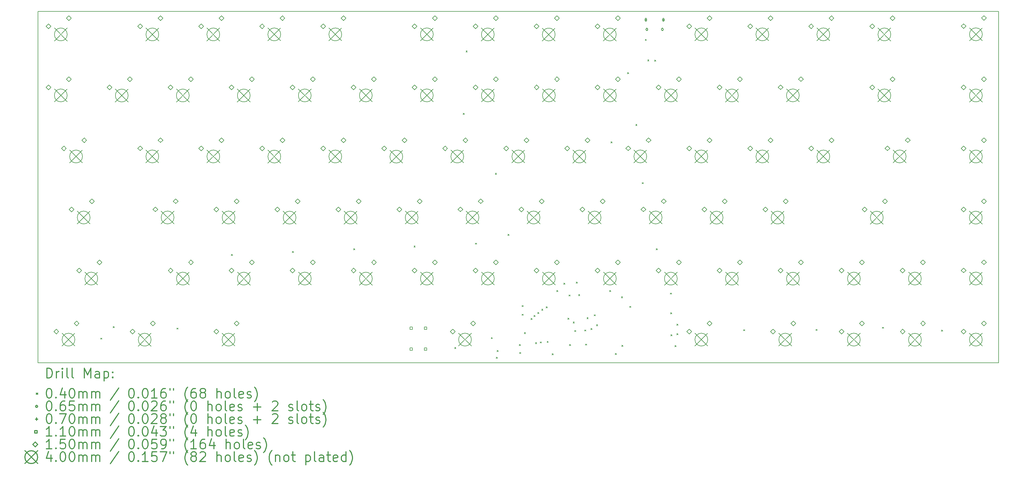
<source format=gbr>
%FSLAX45Y45*%
G04 Gerber Fmt 4.5, Leading zero omitted, Abs format (unit mm)*
G04 Created by KiCad (PCBNEW 5.0.1) date Wed 20 Mar 2019 17:56:22 CET*
%MOMM*%
%LPD*%
G01*
G04 APERTURE LIST*
%ADD10C,0.150000*%
%ADD11C,0.200000*%
%ADD12C,0.300000*%
G04 APERTURE END LIST*
D10*
X839000Y1251000D02*
X839000Y12209000D01*
X30837000Y1251000D02*
X839000Y1251000D01*
X30837000Y12210000D02*
X30837000Y1251000D01*
X840000Y12210000D02*
X30837000Y12210000D01*
D11*
X2796000Y2021000D02*
X2836000Y1981000D01*
X2836000Y2021000D02*
X2796000Y1981000D01*
X3187000Y2380000D02*
X3227000Y2340000D01*
X3227000Y2380000D02*
X3187000Y2340000D01*
X5176000Y2336000D02*
X5216000Y2296000D01*
X5216000Y2336000D02*
X5176000Y2296000D01*
X6876000Y4633000D02*
X6916000Y4593000D01*
X6916000Y4633000D02*
X6876000Y4593000D01*
X8785000Y4726000D02*
X8825000Y4686000D01*
X8825000Y4726000D02*
X8785000Y4686000D01*
X10700000Y4811000D02*
X10740000Y4771000D01*
X10740000Y4811000D02*
X10700000Y4771000D01*
X12581000Y4897000D02*
X12621000Y4857000D01*
X12621000Y4897000D02*
X12581000Y4857000D01*
X13851000Y1728000D02*
X13891000Y1688000D01*
X13891000Y1728000D02*
X13851000Y1688000D01*
X14116000Y9037000D02*
X14156000Y8997000D01*
X14156000Y9037000D02*
X14116000Y8997000D01*
X14206000Y10985000D02*
X14246000Y10945000D01*
X14246000Y10985000D02*
X14206000Y10945000D01*
X14496000Y4985000D02*
X14536000Y4945000D01*
X14536000Y4985000D02*
X14496000Y4945000D01*
X14994000Y2040000D02*
X15034000Y2000000D01*
X15034000Y2040000D02*
X14994000Y2000000D01*
X15122000Y7164000D02*
X15162000Y7124000D01*
X15162000Y7164000D02*
X15122000Y7124000D01*
X15149000Y1423000D02*
X15189000Y1383000D01*
X15189000Y1423000D02*
X15149000Y1383000D01*
X15177000Y1639000D02*
X15217000Y1599000D01*
X15217000Y1639000D02*
X15177000Y1599000D01*
X15518000Y5261000D02*
X15558000Y5221000D01*
X15558000Y5261000D02*
X15518000Y5221000D01*
X15870000Y1826000D02*
X15910000Y1786000D01*
X15910000Y1826000D02*
X15870000Y1786000D01*
X15878000Y1574000D02*
X15918000Y1534000D01*
X15918000Y1574000D02*
X15878000Y1534000D01*
X15953000Y3038000D02*
X15993000Y2998000D01*
X15993000Y3038000D02*
X15953000Y2998000D01*
X15955000Y2768000D02*
X15995000Y2728000D01*
X15995000Y2768000D02*
X15955000Y2728000D01*
X16027000Y2193000D02*
X16067000Y2153000D01*
X16067000Y2193000D02*
X16027000Y2153000D01*
X16234000Y2638000D02*
X16274000Y2598000D01*
X16274000Y2638000D02*
X16234000Y2598000D01*
X16330000Y2728000D02*
X16370000Y2688000D01*
X16370000Y2728000D02*
X16330000Y2688000D01*
X16374000Y1884000D02*
X16414000Y1844000D01*
X16414000Y1884000D02*
X16374000Y1844000D01*
X16446000Y2819000D02*
X16486000Y2779000D01*
X16486000Y2819000D02*
X16446000Y2779000D01*
X16522000Y1903000D02*
X16562000Y1863000D01*
X16562000Y1903000D02*
X16522000Y1863000D01*
X16569000Y2921000D02*
X16609000Y2881000D01*
X16609000Y2921000D02*
X16569000Y2881000D01*
X16707000Y2998000D02*
X16747000Y2958000D01*
X16747000Y2998000D02*
X16707000Y2958000D01*
X16738000Y1921000D02*
X16778000Y1881000D01*
X16778000Y1921000D02*
X16738000Y1881000D01*
X16893000Y1533000D02*
X16933000Y1493000D01*
X16933000Y1533000D02*
X16893000Y1493000D01*
X17039000Y3509000D02*
X17079000Y3469000D01*
X17079000Y3509000D02*
X17039000Y3469000D01*
X17260000Y3739000D02*
X17300000Y3699000D01*
X17300000Y3739000D02*
X17260000Y3699000D01*
X17384000Y2646000D02*
X17424000Y2606000D01*
X17424000Y2646000D02*
X17384000Y2606000D01*
X17417000Y3369000D02*
X17457000Y3329000D01*
X17457000Y3369000D02*
X17417000Y3329000D01*
X17437000Y1820000D02*
X17477000Y1780000D01*
X17477000Y1820000D02*
X17437000Y1780000D01*
X17551000Y2528000D02*
X17591000Y2488000D01*
X17591000Y2528000D02*
X17551000Y2488000D01*
X17600000Y2258000D02*
X17640000Y2218000D01*
X17640000Y2258000D02*
X17600000Y2218000D01*
X17649000Y3770000D02*
X17689000Y3730000D01*
X17689000Y3770000D02*
X17649000Y3730000D01*
X17721000Y3382000D02*
X17761000Y3342000D01*
X17761000Y3382000D02*
X17721000Y3342000D01*
X17909000Y2277000D02*
X17949000Y2237000D01*
X17949000Y2277000D02*
X17909000Y2237000D01*
X17934000Y1835000D02*
X17974000Y1795000D01*
X17974000Y1835000D02*
X17934000Y1795000D01*
X17982000Y2662000D02*
X18022000Y2622000D01*
X18022000Y2662000D02*
X17982000Y2622000D01*
X18103000Y2323000D02*
X18143000Y2283000D01*
X18143000Y2323000D02*
X18103000Y2283000D01*
X18210000Y2749000D02*
X18250000Y2709000D01*
X18250000Y2749000D02*
X18210000Y2709000D01*
X18280000Y2443000D02*
X18320000Y2403000D01*
X18320000Y2443000D02*
X18280000Y2403000D01*
X18689000Y3509000D02*
X18729000Y3469000D01*
X18729000Y3509000D02*
X18689000Y3469000D01*
X18732000Y8147000D02*
X18772000Y8107000D01*
X18772000Y8147000D02*
X18732000Y8107000D01*
X18867000Y1545000D02*
X18907000Y1505000D01*
X18907000Y1545000D02*
X18867000Y1505000D01*
X19059000Y3313000D02*
X19099000Y3273000D01*
X19099000Y3313000D02*
X19059000Y3273000D01*
X19072000Y1796000D02*
X19112000Y1756000D01*
X19112000Y1796000D02*
X19072000Y1756000D01*
X19249000Y10304000D02*
X19289000Y10264000D01*
X19289000Y10304000D02*
X19249000Y10264000D01*
X19314000Y3013000D02*
X19354000Y2973000D01*
X19354000Y3013000D02*
X19314000Y2973000D01*
X19507000Y8688000D02*
X19547000Y8648000D01*
X19547000Y8688000D02*
X19507000Y8648000D01*
X19708000Y6873000D02*
X19748000Y6833000D01*
X19748000Y6873000D02*
X19708000Y6833000D01*
X19803000Y11343000D02*
X19843000Y11303000D01*
X19843000Y11343000D02*
X19803000Y11303000D01*
X19879000Y10707000D02*
X19919000Y10667000D01*
X19919000Y10707000D02*
X19879000Y10667000D01*
X20097000Y10698000D02*
X20137000Y10658000D01*
X20137000Y10698000D02*
X20097000Y10658000D01*
X20149000Y4813000D02*
X20189000Y4773000D01*
X20189000Y4813000D02*
X20149000Y4773000D01*
X20586000Y3427000D02*
X20626000Y3387000D01*
X20626000Y3427000D02*
X20586000Y3387000D01*
X20598000Y2814000D02*
X20638000Y2774000D01*
X20638000Y2814000D02*
X20598000Y2774000D01*
X20601000Y2126000D02*
X20641000Y2086000D01*
X20641000Y2126000D02*
X20601000Y2086000D01*
X20733000Y1790000D02*
X20773000Y1750000D01*
X20773000Y1790000D02*
X20733000Y1750000D01*
X20788000Y2163000D02*
X20828000Y2123000D01*
X20828000Y2163000D02*
X20788000Y2123000D01*
X20789000Y2455000D02*
X20829000Y2415000D01*
X20829000Y2455000D02*
X20789000Y2415000D01*
X22872000Y2285000D02*
X22912000Y2245000D01*
X22912000Y2285000D02*
X22872000Y2245000D01*
X25136000Y2293000D02*
X25176000Y2253000D01*
X25176000Y2293000D02*
X25136000Y2253000D01*
X27208000Y2360000D02*
X27248000Y2320000D01*
X27248000Y2360000D02*
X27208000Y2320000D01*
X29055000Y2269000D02*
X29095000Y2229000D01*
X29095000Y2269000D02*
X29055000Y2229000D01*
X19887500Y11652000D02*
G75*
G03X19887500Y11652000I-32500J0D01*
G01*
X19832500Y11672000D02*
X19832500Y11632000D01*
X19877500Y11672000D02*
X19877500Y11632000D01*
X19832500Y11632000D02*
G75*
G03X19877500Y11632000I22500J0D01*
G01*
X19877500Y11672000D02*
G75*
G03X19832500Y11672000I-22500J0D01*
G01*
X20371500Y11652000D02*
G75*
G03X20371500Y11652000I-32500J0D01*
G01*
X20316500Y11672000D02*
X20316500Y11632000D01*
X20361500Y11672000D02*
X20361500Y11632000D01*
X20316500Y11632000D02*
G75*
G03X20361500Y11632000I22500J0D01*
G01*
X20361500Y11672000D02*
G75*
G03X20316500Y11672000I-22500J0D01*
G01*
X19824000Y11987000D02*
X19824000Y11917000D01*
X19789000Y11952000D02*
X19859000Y11952000D01*
X19799000Y11977000D02*
X19799000Y11927000D01*
X19849000Y11977000D02*
X19849000Y11927000D01*
X19799000Y11927000D02*
G75*
G03X19849000Y11927000I25000J0D01*
G01*
X19849000Y11977000D02*
G75*
G03X19799000Y11977000I-25000J0D01*
G01*
X20370000Y11987000D02*
X20370000Y11917000D01*
X20335000Y11952000D02*
X20405000Y11952000D01*
X20345000Y11977000D02*
X20345000Y11927000D01*
X20395000Y11977000D02*
X20395000Y11927000D01*
X20345000Y11927000D02*
G75*
G03X20395000Y11927000I25000J0D01*
G01*
X20395000Y11977000D02*
G75*
G03X20345000Y11977000I-25000J0D01*
G01*
X12532891Y2288109D02*
X12532891Y2365891D01*
X12455109Y2365891D01*
X12455109Y2288109D01*
X12532891Y2288109D01*
X12532891Y1638109D02*
X12532891Y1715891D01*
X12455109Y1715891D01*
X12455109Y1638109D01*
X12532891Y1638109D01*
X12982891Y2288109D02*
X12982891Y2365891D01*
X12905109Y2365891D01*
X12905109Y2288109D01*
X12982891Y2288109D01*
X12982891Y1638109D02*
X12982891Y1715891D01*
X12905109Y1715891D01*
X12905109Y1638109D01*
X12982891Y1638109D01*
X3793000Y2148000D02*
X3868000Y2223000D01*
X3793000Y2298000D01*
X3718000Y2223000D01*
X3793000Y2148000D01*
X4428000Y2402000D02*
X4503000Y2477000D01*
X4428000Y2552000D01*
X4353000Y2477000D01*
X4428000Y2402000D01*
X19749000Y5961000D02*
X19824000Y6036000D01*
X19749000Y6111000D01*
X19674000Y6036000D01*
X19749000Y5961000D01*
X20384000Y6215000D02*
X20459000Y6290000D01*
X20384000Y6365000D01*
X20309000Y6290000D01*
X20384000Y6215000D01*
X11650000Y7861000D02*
X11725000Y7936000D01*
X11650000Y8011000D01*
X11575000Y7936000D01*
X11650000Y7861000D01*
X12285000Y8115000D02*
X12360000Y8190000D01*
X12285000Y8265000D01*
X12210000Y8190000D01*
X12285000Y8115000D01*
X12604000Y11675000D02*
X12679000Y11750000D01*
X12604000Y11825000D01*
X12529000Y11750000D01*
X12604000Y11675000D01*
X13239000Y11929000D02*
X13314000Y12004000D01*
X13239000Y12079000D01*
X13164000Y12004000D01*
X13239000Y11929000D01*
X27843000Y4054000D02*
X27918000Y4129000D01*
X27843000Y4204000D01*
X27768000Y4129000D01*
X27843000Y4054000D01*
X28478000Y4308000D02*
X28553000Y4383000D01*
X28478000Y4458000D01*
X28403000Y4383000D01*
X28478000Y4308000D01*
X21175000Y2150000D02*
X21250000Y2225000D01*
X21175000Y2300000D01*
X21100000Y2225000D01*
X21175000Y2150000D01*
X21810000Y2404000D02*
X21885000Y2479000D01*
X21810000Y2554000D01*
X21735000Y2479000D01*
X21810000Y2404000D01*
X1888000Y5960000D02*
X1963000Y6035000D01*
X1888000Y6110000D01*
X1813000Y6035000D01*
X1888000Y5960000D01*
X2523000Y6214000D02*
X2598000Y6289000D01*
X2523000Y6364000D01*
X2448000Y6289000D01*
X2523000Y6214000D01*
X7839000Y11674000D02*
X7914000Y11749000D01*
X7839000Y11824000D01*
X7764000Y11749000D01*
X7839000Y11674000D01*
X8474000Y11928000D02*
X8549000Y12003000D01*
X8474000Y12078000D01*
X8399000Y12003000D01*
X8474000Y11928000D01*
X4031000Y7866000D02*
X4106000Y7941000D01*
X4031000Y8016000D01*
X3956000Y7941000D01*
X4031000Y7866000D01*
X4666000Y8120000D02*
X4741000Y8195000D01*
X4666000Y8270000D01*
X4591000Y8195000D01*
X4666000Y8120000D01*
X6887000Y9768000D02*
X6962000Y9843000D01*
X6887000Y9918000D01*
X6812000Y9843000D01*
X6887000Y9768000D01*
X7522000Y10022000D02*
X7597000Y10097000D01*
X7522000Y10172000D01*
X7447000Y10097000D01*
X7522000Y10022000D01*
X25937000Y2150000D02*
X26012000Y2225000D01*
X25937000Y2300000D01*
X25862000Y2225000D01*
X25937000Y2150000D01*
X26572000Y2404000D02*
X26647000Y2479000D01*
X26572000Y2554000D01*
X26497000Y2479000D01*
X26572000Y2404000D01*
X6888000Y4053000D02*
X6963000Y4128000D01*
X6888000Y4203000D01*
X6813000Y4128000D01*
X6888000Y4053000D01*
X7523000Y4307000D02*
X7598000Y4382000D01*
X7523000Y4457000D01*
X7448000Y4382000D01*
X7523000Y4307000D01*
X24984000Y11675000D02*
X25059000Y11750000D01*
X24984000Y11825000D01*
X24909000Y11750000D01*
X24984000Y11675000D01*
X25619000Y11929000D02*
X25694000Y12004000D01*
X25619000Y12079000D01*
X25544000Y12004000D01*
X25619000Y11929000D01*
X17367000Y7863000D02*
X17442000Y7938000D01*
X17367000Y8013000D01*
X17292000Y7938000D01*
X17367000Y7863000D01*
X18002000Y8117000D02*
X18077000Y8192000D01*
X18002000Y8267000D01*
X17927000Y8192000D01*
X18002000Y8117000D01*
X1413000Y2149000D02*
X1488000Y2224000D01*
X1413000Y2299000D01*
X1338000Y2224000D01*
X1413000Y2149000D01*
X2048000Y2403000D02*
X2123000Y2478000D01*
X2048000Y2553000D01*
X1973000Y2478000D01*
X2048000Y2403000D01*
X21175000Y11674000D02*
X21250000Y11749000D01*
X21175000Y11824000D01*
X21100000Y11749000D01*
X21175000Y11674000D01*
X21810000Y11928000D02*
X21885000Y12003000D01*
X21810000Y12078000D01*
X21735000Y12003000D01*
X21810000Y11928000D01*
X18317000Y11671000D02*
X18392000Y11746000D01*
X18317000Y11821000D01*
X18242000Y11746000D01*
X18317000Y11671000D01*
X18952000Y11925000D02*
X19027000Y12000000D01*
X18952000Y12075000D01*
X18877000Y12000000D01*
X18952000Y11925000D01*
X5937000Y7865000D02*
X6012000Y7940000D01*
X5937000Y8015000D01*
X5862000Y7940000D01*
X5937000Y7865000D01*
X6572000Y8119000D02*
X6647000Y8194000D01*
X6572000Y8269000D01*
X6497000Y8194000D01*
X6572000Y8119000D01*
X14508000Y9769000D02*
X14583000Y9844000D01*
X14508000Y9919000D01*
X14433000Y9844000D01*
X14508000Y9769000D01*
X15143000Y10023000D02*
X15218000Y10098000D01*
X15143000Y10173000D01*
X15068000Y10098000D01*
X15143000Y10023000D01*
X4983000Y9768000D02*
X5058000Y9843000D01*
X4983000Y9918000D01*
X4908000Y9843000D01*
X4983000Y9768000D01*
X5618000Y10022000D02*
X5693000Y10097000D01*
X5618000Y10172000D01*
X5543000Y10097000D01*
X5618000Y10022000D01*
X13795000Y2150000D02*
X13870000Y2225000D01*
X13795000Y2300000D01*
X13720000Y2225000D01*
X13795000Y2150000D01*
X14430000Y2404000D02*
X14505000Y2479000D01*
X14430000Y2554000D01*
X14355000Y2479000D01*
X14430000Y2404000D01*
X21175000Y7865000D02*
X21250000Y7940000D01*
X21175000Y8015000D01*
X21100000Y7940000D01*
X21175000Y7865000D01*
X21810000Y8119000D02*
X21885000Y8194000D01*
X21810000Y8269000D01*
X21735000Y8194000D01*
X21810000Y8119000D01*
X17843000Y5959000D02*
X17918000Y6034000D01*
X17843000Y6109000D01*
X17768000Y6034000D01*
X17843000Y5959000D01*
X18478000Y6213000D02*
X18553000Y6288000D01*
X18478000Y6363000D01*
X18403000Y6288000D01*
X18478000Y6213000D01*
X12603000Y9770000D02*
X12678000Y9845000D01*
X12603000Y9920000D01*
X12528000Y9845000D01*
X12603000Y9770000D01*
X13238000Y10024000D02*
X13313000Y10099000D01*
X13238000Y10174000D01*
X13163000Y10099000D01*
X13238000Y10024000D01*
X8318000Y5957000D02*
X8393000Y6032000D01*
X8318000Y6107000D01*
X8243000Y6032000D01*
X8318000Y5957000D01*
X8953000Y6211000D02*
X9028000Y6286000D01*
X8953000Y6361000D01*
X8878000Y6286000D01*
X8953000Y6211000D01*
X24986000Y7864000D02*
X25061000Y7939000D01*
X24986000Y8014000D01*
X24911000Y7939000D01*
X24986000Y7864000D01*
X25621000Y8118000D02*
X25696000Y8193000D01*
X25621000Y8268000D01*
X25546000Y8193000D01*
X25621000Y8118000D01*
X2126000Y4055000D02*
X2201000Y4130000D01*
X2126000Y4205000D01*
X2051000Y4130000D01*
X2126000Y4055000D01*
X2761000Y4309000D02*
X2836000Y4384000D01*
X2761000Y4459000D01*
X2686000Y4384000D01*
X2761000Y4309000D01*
X8792000Y9769000D02*
X8867000Y9844000D01*
X8792000Y9919000D01*
X8717000Y9844000D01*
X8792000Y9769000D01*
X9427000Y10023000D02*
X9502000Y10098000D01*
X9427000Y10173000D01*
X9352000Y10098000D01*
X9427000Y10023000D01*
X14509000Y4055000D02*
X14584000Y4130000D01*
X14509000Y4205000D01*
X14434000Y4130000D01*
X14509000Y4055000D01*
X15144000Y4309000D02*
X15219000Y4384000D01*
X15144000Y4459000D01*
X15069000Y4384000D01*
X15144000Y4309000D01*
X1173000Y9770000D02*
X1248000Y9845000D01*
X1173000Y9920000D01*
X1098000Y9845000D01*
X1173000Y9770000D01*
X1808000Y10024000D02*
X1883000Y10099000D01*
X1808000Y10174000D01*
X1733000Y10099000D01*
X1808000Y10024000D01*
X4508000Y5961000D02*
X4583000Y6036000D01*
X4508000Y6111000D01*
X4433000Y6036000D01*
X4508000Y5961000D01*
X5143000Y6215000D02*
X5218000Y6290000D01*
X5143000Y6365000D01*
X5068000Y6290000D01*
X5143000Y6215000D01*
X22129000Y4052000D02*
X22204000Y4127000D01*
X22129000Y4202000D01*
X22054000Y4127000D01*
X22129000Y4052000D01*
X22764000Y4306000D02*
X22839000Y4381000D01*
X22764000Y4456000D01*
X22689000Y4381000D01*
X22764000Y4306000D01*
X27845000Y2147000D02*
X27920000Y2222000D01*
X27845000Y2297000D01*
X27770000Y2222000D01*
X27845000Y2147000D01*
X28480000Y2401000D02*
X28555000Y2476000D01*
X28480000Y2551000D01*
X28405000Y2476000D01*
X28480000Y2401000D01*
X16415000Y9770000D02*
X16490000Y9845000D01*
X16415000Y9920000D01*
X16340000Y9845000D01*
X16415000Y9770000D01*
X17050000Y10024000D02*
X17125000Y10099000D01*
X17050000Y10174000D01*
X16975000Y10099000D01*
X17050000Y10024000D01*
X23080000Y11675000D02*
X23155000Y11750000D01*
X23080000Y11825000D01*
X23005000Y11750000D01*
X23080000Y11675000D01*
X23715000Y11929000D02*
X23790000Y12004000D01*
X23715000Y12079000D01*
X23640000Y12004000D01*
X23715000Y11929000D01*
X1174000Y11673000D02*
X1249000Y11748000D01*
X1174000Y11823000D01*
X1099000Y11748000D01*
X1174000Y11673000D01*
X1809000Y11927000D02*
X1884000Y12002000D01*
X1809000Y12077000D01*
X1734000Y12002000D01*
X1809000Y11927000D01*
X4985000Y4054000D02*
X5060000Y4129000D01*
X4985000Y4204000D01*
X4910000Y4129000D01*
X4985000Y4054000D01*
X5620000Y4308000D02*
X5695000Y4383000D01*
X5620000Y4458000D01*
X5545000Y4383000D01*
X5620000Y4308000D01*
X18319000Y9769000D02*
X18394000Y9844000D01*
X18319000Y9919000D01*
X18244000Y9844000D01*
X18319000Y9769000D01*
X18954000Y10023000D02*
X19029000Y10098000D01*
X18954000Y10173000D01*
X18879000Y10098000D01*
X18954000Y10023000D01*
X24033000Y9771000D02*
X24108000Y9846000D01*
X24033000Y9921000D01*
X23958000Y9846000D01*
X24033000Y9771000D01*
X24668000Y10025000D02*
X24743000Y10100000D01*
X24668000Y10175000D01*
X24593000Y10100000D01*
X24668000Y10025000D01*
X29747000Y2150000D02*
X29822000Y2225000D01*
X29747000Y2300000D01*
X29672000Y2225000D01*
X29747000Y2150000D01*
X30382000Y2404000D02*
X30457000Y2479000D01*
X30382000Y2554000D01*
X30307000Y2479000D01*
X30382000Y2404000D01*
X10223000Y5958000D02*
X10298000Y6033000D01*
X10223000Y6108000D01*
X10148000Y6033000D01*
X10223000Y5958000D01*
X10858000Y6212000D02*
X10933000Y6287000D01*
X10858000Y6362000D01*
X10783000Y6287000D01*
X10858000Y6212000D01*
X22128000Y9768000D02*
X22203000Y9843000D01*
X22128000Y9918000D01*
X22053000Y9843000D01*
X22128000Y9768000D01*
X22763000Y10022000D02*
X22838000Y10097000D01*
X22763000Y10172000D01*
X22688000Y10097000D01*
X22763000Y10022000D01*
X5935000Y11673000D02*
X6010000Y11748000D01*
X5935000Y11823000D01*
X5860000Y11748000D01*
X5935000Y11673000D01*
X6570000Y11927000D02*
X6645000Y12002000D01*
X6570000Y12077000D01*
X6495000Y12002000D01*
X6570000Y11927000D01*
X6411000Y2149000D02*
X6486000Y2224000D01*
X6411000Y2299000D01*
X6336000Y2224000D01*
X6411000Y2149000D01*
X7046000Y2403000D02*
X7121000Y2478000D01*
X7046000Y2553000D01*
X6971000Y2478000D01*
X7046000Y2403000D01*
X26891000Y9769000D02*
X26966000Y9844000D01*
X26891000Y9919000D01*
X26816000Y9844000D01*
X26891000Y9769000D01*
X27526000Y10023000D02*
X27601000Y10098000D01*
X27526000Y10173000D01*
X27451000Y10098000D01*
X27526000Y10023000D01*
X26891000Y11673000D02*
X26966000Y11748000D01*
X26891000Y11823000D01*
X26816000Y11748000D01*
X26891000Y11673000D01*
X27526000Y11927000D02*
X27601000Y12002000D01*
X27526000Y12077000D01*
X27451000Y12002000D01*
X27526000Y11927000D01*
X29748000Y4056000D02*
X29823000Y4131000D01*
X29748000Y4206000D01*
X29673000Y4131000D01*
X29748000Y4056000D01*
X30383000Y4310000D02*
X30458000Y4385000D01*
X30383000Y4460000D01*
X30308000Y4385000D01*
X30383000Y4310000D01*
X23557000Y5958000D02*
X23632000Y6033000D01*
X23557000Y6108000D01*
X23482000Y6033000D01*
X23557000Y5958000D01*
X24192000Y6212000D02*
X24267000Y6287000D01*
X24192000Y6362000D01*
X24117000Y6287000D01*
X24192000Y6212000D01*
X10700000Y4053000D02*
X10775000Y4128000D01*
X10700000Y4203000D01*
X10625000Y4128000D01*
X10700000Y4053000D01*
X11335000Y4307000D02*
X11410000Y4382000D01*
X11335000Y4457000D01*
X11260000Y4382000D01*
X11335000Y4307000D01*
X15937000Y5960000D02*
X16012000Y6035000D01*
X15937000Y6110000D01*
X15862000Y6035000D01*
X15937000Y5960000D01*
X16572000Y6214000D02*
X16647000Y6289000D01*
X16572000Y6364000D01*
X16497000Y6289000D01*
X16572000Y6214000D01*
X23081000Y7865000D02*
X23156000Y7940000D01*
X23081000Y8015000D01*
X23006000Y7940000D01*
X23081000Y7865000D01*
X23716000Y8119000D02*
X23791000Y8194000D01*
X23716000Y8269000D01*
X23641000Y8194000D01*
X23716000Y8119000D01*
X4032000Y11673000D02*
X4107000Y11748000D01*
X4032000Y11823000D01*
X3957000Y11748000D01*
X4032000Y11673000D01*
X4667000Y11927000D02*
X4742000Y12002000D01*
X4667000Y12077000D01*
X4592000Y12002000D01*
X4667000Y11927000D01*
X20224000Y9769000D02*
X20299000Y9844000D01*
X20224000Y9919000D01*
X20149000Y9844000D01*
X20224000Y9769000D01*
X20859000Y10023000D02*
X20934000Y10098000D01*
X20859000Y10173000D01*
X20784000Y10098000D01*
X20859000Y10023000D01*
X23795000Y2149000D02*
X23870000Y2224000D01*
X23795000Y2299000D01*
X23720000Y2224000D01*
X23795000Y2149000D01*
X24430000Y2403000D02*
X24505000Y2478000D01*
X24430000Y2553000D01*
X24355000Y2478000D01*
X24430000Y2403000D01*
X3077000Y9767000D02*
X3152000Y9842000D01*
X3077000Y9917000D01*
X3002000Y9842000D01*
X3077000Y9767000D01*
X3712000Y10021000D02*
X3787000Y10096000D01*
X3712000Y10171000D01*
X3637000Y10096000D01*
X3712000Y10021000D01*
X13554000Y7864000D02*
X13629000Y7939000D01*
X13554000Y8014000D01*
X13479000Y7939000D01*
X13554000Y7864000D01*
X14189000Y8118000D02*
X14264000Y8193000D01*
X14189000Y8268000D01*
X14114000Y8193000D01*
X14189000Y8118000D01*
X18319000Y4054000D02*
X18394000Y4129000D01*
X18319000Y4204000D01*
X18244000Y4129000D01*
X18319000Y4054000D01*
X18954000Y4308000D02*
X19029000Y4383000D01*
X18954000Y4458000D01*
X18879000Y4383000D01*
X18954000Y4308000D01*
X12604000Y4054000D02*
X12679000Y4129000D01*
X12604000Y4204000D01*
X12529000Y4129000D01*
X12604000Y4054000D01*
X13239000Y4308000D02*
X13314000Y4383000D01*
X13239000Y4458000D01*
X13164000Y4383000D01*
X13239000Y4308000D01*
X20223000Y4053000D02*
X20298000Y4128000D01*
X20223000Y4203000D01*
X20148000Y4128000D01*
X20223000Y4053000D01*
X20858000Y4307000D02*
X20933000Y4382000D01*
X20858000Y4457000D01*
X20783000Y4382000D01*
X20858000Y4307000D01*
X6412000Y5960000D02*
X6487000Y6035000D01*
X6412000Y6110000D01*
X6337000Y6035000D01*
X6412000Y5960000D01*
X7047000Y6214000D02*
X7122000Y6289000D01*
X7047000Y6364000D01*
X6972000Y6289000D01*
X7047000Y6214000D01*
X10698000Y9770000D02*
X10773000Y9845000D01*
X10698000Y9920000D01*
X10623000Y9845000D01*
X10698000Y9770000D01*
X11333000Y10024000D02*
X11408000Y10099000D01*
X11333000Y10174000D01*
X11258000Y10099000D01*
X11333000Y10024000D01*
X24034000Y4052000D02*
X24109000Y4127000D01*
X24034000Y4202000D01*
X23959000Y4127000D01*
X24034000Y4052000D01*
X24669000Y4306000D02*
X24744000Y4381000D01*
X24669000Y4456000D01*
X24594000Y4381000D01*
X24669000Y4306000D01*
X7841000Y7862000D02*
X7916000Y7937000D01*
X7841000Y8012000D01*
X7766000Y7937000D01*
X7841000Y7862000D01*
X8476000Y8116000D02*
X8551000Y8191000D01*
X8476000Y8266000D01*
X8401000Y8191000D01*
X8476000Y8116000D01*
X21652000Y5957000D02*
X21727000Y6032000D01*
X21652000Y6107000D01*
X21577000Y6032000D01*
X21652000Y5957000D01*
X22287000Y6211000D02*
X22362000Y6286000D01*
X22287000Y6361000D01*
X22212000Y6286000D01*
X22287000Y6211000D01*
X15461000Y7864000D02*
X15536000Y7939000D01*
X15461000Y8014000D01*
X15386000Y7939000D01*
X15461000Y7864000D01*
X16096000Y8118000D02*
X16171000Y8193000D01*
X16096000Y8268000D01*
X16021000Y8193000D01*
X16096000Y8118000D01*
X29746000Y5957000D02*
X29821000Y6032000D01*
X29746000Y6107000D01*
X29671000Y6032000D01*
X29746000Y5957000D01*
X30381000Y6211000D02*
X30456000Y6286000D01*
X30381000Y6361000D01*
X30306000Y6286000D01*
X30381000Y6211000D01*
X8793000Y4054000D02*
X8868000Y4129000D01*
X8793000Y4204000D01*
X8718000Y4129000D01*
X8793000Y4054000D01*
X9428000Y4308000D02*
X9503000Y4383000D01*
X9428000Y4458000D01*
X9353000Y4383000D01*
X9428000Y4308000D01*
X26654000Y5957000D02*
X26729000Y6032000D01*
X26654000Y6107000D01*
X26579000Y6032000D01*
X26654000Y5957000D01*
X27289000Y6211000D02*
X27364000Y6286000D01*
X27289000Y6361000D01*
X27214000Y6286000D01*
X27289000Y6211000D01*
X16410000Y11671000D02*
X16485000Y11746000D01*
X16410000Y11821000D01*
X16335000Y11746000D01*
X16410000Y11671000D01*
X17045000Y11925000D02*
X17120000Y12000000D01*
X17045000Y12075000D01*
X16970000Y12000000D01*
X17045000Y11925000D01*
X16413000Y4054000D02*
X16488000Y4129000D01*
X16413000Y4204000D01*
X16338000Y4129000D01*
X16413000Y4054000D01*
X17048000Y4308000D02*
X17123000Y4383000D01*
X17048000Y4458000D01*
X16973000Y4383000D01*
X17048000Y4308000D01*
X14507000Y11673000D02*
X14582000Y11748000D01*
X14507000Y11823000D01*
X14432000Y11748000D01*
X14507000Y11673000D01*
X15142000Y11927000D02*
X15217000Y12002000D01*
X15142000Y12077000D01*
X15067000Y12002000D01*
X15142000Y11927000D01*
X9745000Y7864000D02*
X9820000Y7939000D01*
X9745000Y8014000D01*
X9670000Y7939000D01*
X9745000Y7864000D01*
X10380000Y8118000D02*
X10455000Y8193000D01*
X10380000Y8268000D01*
X10305000Y8193000D01*
X10380000Y8118000D01*
X1650000Y7864000D02*
X1725000Y7939000D01*
X1650000Y8014000D01*
X1575000Y7939000D01*
X1650000Y7864000D01*
X2285000Y8118000D02*
X2360000Y8193000D01*
X2285000Y8268000D01*
X2210000Y8193000D01*
X2285000Y8118000D01*
X14030000Y5961000D02*
X14105000Y6036000D01*
X14030000Y6111000D01*
X13955000Y6036000D01*
X14030000Y5961000D01*
X14665000Y6215000D02*
X14740000Y6290000D01*
X14665000Y6365000D01*
X14590000Y6290000D01*
X14665000Y6215000D01*
X29749000Y7863000D02*
X29824000Y7938000D01*
X29749000Y8013000D01*
X29674000Y7938000D01*
X29749000Y7863000D01*
X30384000Y8117000D02*
X30459000Y8192000D01*
X30384000Y8267000D01*
X30309000Y8192000D01*
X30384000Y8117000D01*
X9745000Y11674000D02*
X9820000Y11749000D01*
X9745000Y11824000D01*
X9670000Y11749000D01*
X9745000Y11674000D01*
X10380000Y11928000D02*
X10455000Y12003000D01*
X10380000Y12078000D01*
X10305000Y12003000D01*
X10380000Y11928000D01*
X29749000Y11677000D02*
X29824000Y11752000D01*
X29749000Y11827000D01*
X29674000Y11752000D01*
X29749000Y11677000D01*
X30384000Y11931000D02*
X30459000Y12006000D01*
X30384000Y12081000D01*
X30309000Y12006000D01*
X30384000Y11931000D01*
X19270000Y7866000D02*
X19345000Y7941000D01*
X19270000Y8016000D01*
X19195000Y7941000D01*
X19270000Y7866000D01*
X19905000Y8120000D02*
X19980000Y8195000D01*
X19905000Y8270000D01*
X19830000Y8195000D01*
X19905000Y8120000D01*
X12129000Y5959000D02*
X12204000Y6034000D01*
X12129000Y6109000D01*
X12054000Y6034000D01*
X12129000Y5959000D01*
X12764000Y6213000D02*
X12839000Y6288000D01*
X12764000Y6363000D01*
X12689000Y6288000D01*
X12764000Y6213000D01*
X25939000Y4054000D02*
X26014000Y4129000D01*
X25939000Y4204000D01*
X25864000Y4129000D01*
X25939000Y4054000D01*
X26574000Y4308000D02*
X26649000Y4383000D01*
X26574000Y4458000D01*
X26499000Y4383000D01*
X26574000Y4308000D01*
X27368000Y7866000D02*
X27443000Y7941000D01*
X27368000Y8016000D01*
X27293000Y7941000D01*
X27368000Y7866000D01*
X28003000Y8120000D02*
X28078000Y8195000D01*
X28003000Y8270000D01*
X27928000Y8195000D01*
X28003000Y8120000D01*
X29748000Y9768000D02*
X29823000Y9843000D01*
X29748000Y9918000D01*
X29673000Y9843000D01*
X29748000Y9768000D01*
X30383000Y10022000D02*
X30458000Y10097000D01*
X30383000Y10172000D01*
X30308000Y10097000D01*
X30383000Y10022000D01*
X14211000Y5982000D02*
X14611000Y5582000D01*
X14611000Y5982000D02*
X14211000Y5582000D01*
X14611000Y5782000D02*
G75*
G03X14611000Y5782000I-200000J0D01*
G01*
X29930000Y7884000D02*
X30330000Y7484000D01*
X30330000Y7884000D02*
X29930000Y7484000D01*
X30330000Y7684000D02*
G75*
G03X30330000Y7684000I-200000J0D01*
G01*
X9926000Y11695000D02*
X10326000Y11295000D01*
X10326000Y11695000D02*
X9926000Y11295000D01*
X10326000Y11495000D02*
G75*
G03X10326000Y11495000I-200000J0D01*
G01*
X29930000Y11698000D02*
X30330000Y11298000D01*
X30330000Y11698000D02*
X29930000Y11298000D01*
X30330000Y11498000D02*
G75*
G03X30330000Y11498000I-200000J0D01*
G01*
X19451000Y7887000D02*
X19851000Y7487000D01*
X19851000Y7887000D02*
X19451000Y7487000D01*
X19851000Y7687000D02*
G75*
G03X19851000Y7687000I-200000J0D01*
G01*
X12310000Y5980000D02*
X12710000Y5580000D01*
X12710000Y5980000D02*
X12310000Y5580000D01*
X12710000Y5780000D02*
G75*
G03X12710000Y5780000I-200000J0D01*
G01*
X26120000Y4075000D02*
X26520000Y3675000D01*
X26520000Y4075000D02*
X26120000Y3675000D01*
X26520000Y3875000D02*
G75*
G03X26520000Y3875000I-200000J0D01*
G01*
X27549000Y7887000D02*
X27949000Y7487000D01*
X27949000Y7887000D02*
X27549000Y7487000D01*
X27949000Y7687000D02*
G75*
G03X27949000Y7687000I-200000J0D01*
G01*
X29929000Y9789000D02*
X30329000Y9389000D01*
X30329000Y9789000D02*
X29929000Y9389000D01*
X30329000Y9589000D02*
G75*
G03X30329000Y9589000I-200000J0D01*
G01*
X3974000Y2169000D02*
X4374000Y1769000D01*
X4374000Y2169000D02*
X3974000Y1769000D01*
X4374000Y1969000D02*
G75*
G03X4374000Y1969000I-200000J0D01*
G01*
X19930000Y5982000D02*
X20330000Y5582000D01*
X20330000Y5982000D02*
X19930000Y5582000D01*
X20330000Y5782000D02*
G75*
G03X20330000Y5782000I-200000J0D01*
G01*
X11831000Y7882000D02*
X12231000Y7482000D01*
X12231000Y7882000D02*
X11831000Y7482000D01*
X12231000Y7682000D02*
G75*
G03X12231000Y7682000I-200000J0D01*
G01*
X12785000Y11696000D02*
X13185000Y11296000D01*
X13185000Y11696000D02*
X12785000Y11296000D01*
X13185000Y11496000D02*
G75*
G03X13185000Y11496000I-200000J0D01*
G01*
X28024000Y4075000D02*
X28424000Y3675000D01*
X28424000Y4075000D02*
X28024000Y3675000D01*
X28424000Y3875000D02*
G75*
G03X28424000Y3875000I-200000J0D01*
G01*
X21356000Y2171000D02*
X21756000Y1771000D01*
X21756000Y2171000D02*
X21356000Y1771000D01*
X21756000Y1971000D02*
G75*
G03X21756000Y1971000I-200000J0D01*
G01*
X2069000Y5981000D02*
X2469000Y5581000D01*
X2469000Y5981000D02*
X2069000Y5581000D01*
X2469000Y5781000D02*
G75*
G03X2469000Y5781000I-200000J0D01*
G01*
X8020000Y11695000D02*
X8420000Y11295000D01*
X8420000Y11695000D02*
X8020000Y11295000D01*
X8420000Y11495000D02*
G75*
G03X8420000Y11495000I-200000J0D01*
G01*
X4212000Y7887000D02*
X4612000Y7487000D01*
X4612000Y7887000D02*
X4212000Y7487000D01*
X4612000Y7687000D02*
G75*
G03X4612000Y7687000I-200000J0D01*
G01*
X7068000Y9789000D02*
X7468000Y9389000D01*
X7468000Y9789000D02*
X7068000Y9389000D01*
X7468000Y9589000D02*
G75*
G03X7468000Y9589000I-200000J0D01*
G01*
X26118000Y2171000D02*
X26518000Y1771000D01*
X26518000Y2171000D02*
X26118000Y1771000D01*
X26518000Y1971000D02*
G75*
G03X26518000Y1971000I-200000J0D01*
G01*
X7069000Y4074000D02*
X7469000Y3674000D01*
X7469000Y4074000D02*
X7069000Y3674000D01*
X7469000Y3874000D02*
G75*
G03X7469000Y3874000I-200000J0D01*
G01*
X25165000Y11696000D02*
X25565000Y11296000D01*
X25565000Y11696000D02*
X25165000Y11296000D01*
X25565000Y11496000D02*
G75*
G03X25565000Y11496000I-200000J0D01*
G01*
X17548000Y7884000D02*
X17948000Y7484000D01*
X17948000Y7884000D02*
X17548000Y7484000D01*
X17948000Y7684000D02*
G75*
G03X17948000Y7684000I-200000J0D01*
G01*
X1594000Y2170000D02*
X1994000Y1770000D01*
X1994000Y2170000D02*
X1594000Y1770000D01*
X1994000Y1970000D02*
G75*
G03X1994000Y1970000I-200000J0D01*
G01*
X21356000Y11695000D02*
X21756000Y11295000D01*
X21756000Y11695000D02*
X21356000Y11295000D01*
X21756000Y11495000D02*
G75*
G03X21756000Y11495000I-200000J0D01*
G01*
X18498000Y11692000D02*
X18898000Y11292000D01*
X18898000Y11692000D02*
X18498000Y11292000D01*
X18898000Y11492000D02*
G75*
G03X18898000Y11492000I-200000J0D01*
G01*
X6118000Y7886000D02*
X6518000Y7486000D01*
X6518000Y7886000D02*
X6118000Y7486000D01*
X6518000Y7686000D02*
G75*
G03X6518000Y7686000I-200000J0D01*
G01*
X14689000Y9790000D02*
X15089000Y9390000D01*
X15089000Y9790000D02*
X14689000Y9390000D01*
X15089000Y9590000D02*
G75*
G03X15089000Y9590000I-200000J0D01*
G01*
X5164000Y9789000D02*
X5564000Y9389000D01*
X5564000Y9789000D02*
X5164000Y9389000D01*
X5564000Y9589000D02*
G75*
G03X5564000Y9589000I-200000J0D01*
G01*
X13976000Y2171000D02*
X14376000Y1771000D01*
X14376000Y2171000D02*
X13976000Y1771000D01*
X14376000Y1971000D02*
G75*
G03X14376000Y1971000I-200000J0D01*
G01*
X21356000Y7886000D02*
X21756000Y7486000D01*
X21756000Y7886000D02*
X21356000Y7486000D01*
X21756000Y7686000D02*
G75*
G03X21756000Y7686000I-200000J0D01*
G01*
X18024000Y5980000D02*
X18424000Y5580000D01*
X18424000Y5980000D02*
X18024000Y5580000D01*
X18424000Y5780000D02*
G75*
G03X18424000Y5780000I-200000J0D01*
G01*
X12784000Y9791000D02*
X13184000Y9391000D01*
X13184000Y9791000D02*
X12784000Y9391000D01*
X13184000Y9591000D02*
G75*
G03X13184000Y9591000I-200000J0D01*
G01*
X8499000Y5978000D02*
X8899000Y5578000D01*
X8899000Y5978000D02*
X8499000Y5578000D01*
X8899000Y5778000D02*
G75*
G03X8899000Y5778000I-200000J0D01*
G01*
X25167000Y7885000D02*
X25567000Y7485000D01*
X25567000Y7885000D02*
X25167000Y7485000D01*
X25567000Y7685000D02*
G75*
G03X25567000Y7685000I-200000J0D01*
G01*
X2307000Y4076000D02*
X2707000Y3676000D01*
X2707000Y4076000D02*
X2307000Y3676000D01*
X2707000Y3876000D02*
G75*
G03X2707000Y3876000I-200000J0D01*
G01*
X8973000Y9790000D02*
X9373000Y9390000D01*
X9373000Y9790000D02*
X8973000Y9390000D01*
X9373000Y9590000D02*
G75*
G03X9373000Y9590000I-200000J0D01*
G01*
X14690000Y4076000D02*
X15090000Y3676000D01*
X15090000Y4076000D02*
X14690000Y3676000D01*
X15090000Y3876000D02*
G75*
G03X15090000Y3876000I-200000J0D01*
G01*
X1354000Y9791000D02*
X1754000Y9391000D01*
X1754000Y9791000D02*
X1354000Y9391000D01*
X1754000Y9591000D02*
G75*
G03X1754000Y9591000I-200000J0D01*
G01*
X4689000Y5982000D02*
X5089000Y5582000D01*
X5089000Y5982000D02*
X4689000Y5582000D01*
X5089000Y5782000D02*
G75*
G03X5089000Y5782000I-200000J0D01*
G01*
X22310000Y4073000D02*
X22710000Y3673000D01*
X22710000Y4073000D02*
X22310000Y3673000D01*
X22710000Y3873000D02*
G75*
G03X22710000Y3873000I-200000J0D01*
G01*
X28026000Y2168000D02*
X28426000Y1768000D01*
X28426000Y2168000D02*
X28026000Y1768000D01*
X28426000Y1968000D02*
G75*
G03X28426000Y1968000I-200000J0D01*
G01*
X16596000Y9791000D02*
X16996000Y9391000D01*
X16996000Y9791000D02*
X16596000Y9391000D01*
X16996000Y9591000D02*
G75*
G03X16996000Y9591000I-200000J0D01*
G01*
X23261000Y11696000D02*
X23661000Y11296000D01*
X23661000Y11696000D02*
X23261000Y11296000D01*
X23661000Y11496000D02*
G75*
G03X23661000Y11496000I-200000J0D01*
G01*
X1355000Y11694000D02*
X1755000Y11294000D01*
X1755000Y11694000D02*
X1355000Y11294000D01*
X1755000Y11494000D02*
G75*
G03X1755000Y11494000I-200000J0D01*
G01*
X5166000Y4075000D02*
X5566000Y3675000D01*
X5566000Y4075000D02*
X5166000Y3675000D01*
X5566000Y3875000D02*
G75*
G03X5566000Y3875000I-200000J0D01*
G01*
X18500000Y9790000D02*
X18900000Y9390000D01*
X18900000Y9790000D02*
X18500000Y9390000D01*
X18900000Y9590000D02*
G75*
G03X18900000Y9590000I-200000J0D01*
G01*
X24214000Y9792000D02*
X24614000Y9392000D01*
X24614000Y9792000D02*
X24214000Y9392000D01*
X24614000Y9592000D02*
G75*
G03X24614000Y9592000I-200000J0D01*
G01*
X29928000Y2171000D02*
X30328000Y1771000D01*
X30328000Y2171000D02*
X29928000Y1771000D01*
X30328000Y1971000D02*
G75*
G03X30328000Y1971000I-200000J0D01*
G01*
X10404000Y5979000D02*
X10804000Y5579000D01*
X10804000Y5979000D02*
X10404000Y5579000D01*
X10804000Y5779000D02*
G75*
G03X10804000Y5779000I-200000J0D01*
G01*
X22309000Y9789000D02*
X22709000Y9389000D01*
X22709000Y9789000D02*
X22309000Y9389000D01*
X22709000Y9589000D02*
G75*
G03X22709000Y9589000I-200000J0D01*
G01*
X6116000Y11694000D02*
X6516000Y11294000D01*
X6516000Y11694000D02*
X6116000Y11294000D01*
X6516000Y11494000D02*
G75*
G03X6516000Y11494000I-200000J0D01*
G01*
X6592000Y2170000D02*
X6992000Y1770000D01*
X6992000Y2170000D02*
X6592000Y1770000D01*
X6992000Y1970000D02*
G75*
G03X6992000Y1970000I-200000J0D01*
G01*
X27072000Y9790000D02*
X27472000Y9390000D01*
X27472000Y9790000D02*
X27072000Y9390000D01*
X27472000Y9590000D02*
G75*
G03X27472000Y9590000I-200000J0D01*
G01*
X27072000Y11694000D02*
X27472000Y11294000D01*
X27472000Y11694000D02*
X27072000Y11294000D01*
X27472000Y11494000D02*
G75*
G03X27472000Y11494000I-200000J0D01*
G01*
X29929000Y4077000D02*
X30329000Y3677000D01*
X30329000Y4077000D02*
X29929000Y3677000D01*
X30329000Y3877000D02*
G75*
G03X30329000Y3877000I-200000J0D01*
G01*
X23738000Y5979000D02*
X24138000Y5579000D01*
X24138000Y5979000D02*
X23738000Y5579000D01*
X24138000Y5779000D02*
G75*
G03X24138000Y5779000I-200000J0D01*
G01*
X10881000Y4074000D02*
X11281000Y3674000D01*
X11281000Y4074000D02*
X10881000Y3674000D01*
X11281000Y3874000D02*
G75*
G03X11281000Y3874000I-200000J0D01*
G01*
X16118000Y5981000D02*
X16518000Y5581000D01*
X16518000Y5981000D02*
X16118000Y5581000D01*
X16518000Y5781000D02*
G75*
G03X16518000Y5781000I-200000J0D01*
G01*
X23262000Y7886000D02*
X23662000Y7486000D01*
X23662000Y7886000D02*
X23262000Y7486000D01*
X23662000Y7686000D02*
G75*
G03X23662000Y7686000I-200000J0D01*
G01*
X4213000Y11694000D02*
X4613000Y11294000D01*
X4613000Y11694000D02*
X4213000Y11294000D01*
X4613000Y11494000D02*
G75*
G03X4613000Y11494000I-200000J0D01*
G01*
X20405000Y9790000D02*
X20805000Y9390000D01*
X20805000Y9790000D02*
X20405000Y9390000D01*
X20805000Y9590000D02*
G75*
G03X20805000Y9590000I-200000J0D01*
G01*
X23976000Y2170000D02*
X24376000Y1770000D01*
X24376000Y2170000D02*
X23976000Y1770000D01*
X24376000Y1970000D02*
G75*
G03X24376000Y1970000I-200000J0D01*
G01*
X3258000Y9788000D02*
X3658000Y9388000D01*
X3658000Y9788000D02*
X3258000Y9388000D01*
X3658000Y9588000D02*
G75*
G03X3658000Y9588000I-200000J0D01*
G01*
X13735000Y7885000D02*
X14135000Y7485000D01*
X14135000Y7885000D02*
X13735000Y7485000D01*
X14135000Y7685000D02*
G75*
G03X14135000Y7685000I-200000J0D01*
G01*
X18500000Y4075000D02*
X18900000Y3675000D01*
X18900000Y4075000D02*
X18500000Y3675000D01*
X18900000Y3875000D02*
G75*
G03X18900000Y3875000I-200000J0D01*
G01*
X12785000Y4075000D02*
X13185000Y3675000D01*
X13185000Y4075000D02*
X12785000Y3675000D01*
X13185000Y3875000D02*
G75*
G03X13185000Y3875000I-200000J0D01*
G01*
X20404000Y4074000D02*
X20804000Y3674000D01*
X20804000Y4074000D02*
X20404000Y3674000D01*
X20804000Y3874000D02*
G75*
G03X20804000Y3874000I-200000J0D01*
G01*
X6593000Y5981000D02*
X6993000Y5581000D01*
X6993000Y5981000D02*
X6593000Y5581000D01*
X6993000Y5781000D02*
G75*
G03X6993000Y5781000I-200000J0D01*
G01*
X10879000Y9791000D02*
X11279000Y9391000D01*
X11279000Y9791000D02*
X10879000Y9391000D01*
X11279000Y9591000D02*
G75*
G03X11279000Y9591000I-200000J0D01*
G01*
X24215000Y4073000D02*
X24615000Y3673000D01*
X24615000Y4073000D02*
X24215000Y3673000D01*
X24615000Y3873000D02*
G75*
G03X24615000Y3873000I-200000J0D01*
G01*
X8022000Y7883000D02*
X8422000Y7483000D01*
X8422000Y7883000D02*
X8022000Y7483000D01*
X8422000Y7683000D02*
G75*
G03X8422000Y7683000I-200000J0D01*
G01*
X21833000Y5978000D02*
X22233000Y5578000D01*
X22233000Y5978000D02*
X21833000Y5578000D01*
X22233000Y5778000D02*
G75*
G03X22233000Y5778000I-200000J0D01*
G01*
X15642000Y7885000D02*
X16042000Y7485000D01*
X16042000Y7885000D02*
X15642000Y7485000D01*
X16042000Y7685000D02*
G75*
G03X16042000Y7685000I-200000J0D01*
G01*
X29927000Y5978000D02*
X30327000Y5578000D01*
X30327000Y5978000D02*
X29927000Y5578000D01*
X30327000Y5778000D02*
G75*
G03X30327000Y5778000I-200000J0D01*
G01*
X8974000Y4075000D02*
X9374000Y3675000D01*
X9374000Y4075000D02*
X8974000Y3675000D01*
X9374000Y3875000D02*
G75*
G03X9374000Y3875000I-200000J0D01*
G01*
X26835000Y5978000D02*
X27235000Y5578000D01*
X27235000Y5978000D02*
X26835000Y5578000D01*
X27235000Y5778000D02*
G75*
G03X27235000Y5778000I-200000J0D01*
G01*
X16591000Y11692000D02*
X16991000Y11292000D01*
X16991000Y11692000D02*
X16591000Y11292000D01*
X16991000Y11492000D02*
G75*
G03X16991000Y11492000I-200000J0D01*
G01*
X16594000Y4075000D02*
X16994000Y3675000D01*
X16994000Y4075000D02*
X16594000Y3675000D01*
X16994000Y3875000D02*
G75*
G03X16994000Y3875000I-200000J0D01*
G01*
X14688000Y11694000D02*
X15088000Y11294000D01*
X15088000Y11694000D02*
X14688000Y11294000D01*
X15088000Y11494000D02*
G75*
G03X15088000Y11494000I-200000J0D01*
G01*
X9926000Y7885000D02*
X10326000Y7485000D01*
X10326000Y7885000D02*
X9926000Y7485000D01*
X10326000Y7685000D02*
G75*
G03X10326000Y7685000I-200000J0D01*
G01*
X1831000Y7885000D02*
X2231000Y7485000D01*
X2231000Y7885000D02*
X1831000Y7485000D01*
X2231000Y7685000D02*
G75*
G03X2231000Y7685000I-200000J0D01*
G01*
D12*
X1117928Y777786D02*
X1117928Y1077786D01*
X1189357Y1077786D01*
X1232214Y1063500D01*
X1260786Y1034928D01*
X1275071Y1006357D01*
X1289357Y949214D01*
X1289357Y906357D01*
X1275071Y849214D01*
X1260786Y820643D01*
X1232214Y792071D01*
X1189357Y777786D01*
X1117928Y777786D01*
X1417928Y777786D02*
X1417928Y977786D01*
X1417928Y920643D02*
X1432214Y949214D01*
X1446500Y963500D01*
X1475071Y977786D01*
X1503643Y977786D01*
X1603643Y777786D02*
X1603643Y977786D01*
X1603643Y1077786D02*
X1589357Y1063500D01*
X1603643Y1049214D01*
X1617928Y1063500D01*
X1603643Y1077786D01*
X1603643Y1049214D01*
X1789357Y777786D02*
X1760786Y792071D01*
X1746500Y820643D01*
X1746500Y1077786D01*
X1946500Y777786D02*
X1917928Y792071D01*
X1903643Y820643D01*
X1903643Y1077786D01*
X2289357Y777786D02*
X2289357Y1077786D01*
X2389357Y863500D01*
X2489357Y1077786D01*
X2489357Y777786D01*
X2760786Y777786D02*
X2760786Y934928D01*
X2746500Y963500D01*
X2717928Y977786D01*
X2660786Y977786D01*
X2632214Y963500D01*
X2760786Y792071D02*
X2732214Y777786D01*
X2660786Y777786D01*
X2632214Y792071D01*
X2617928Y820643D01*
X2617928Y849214D01*
X2632214Y877786D01*
X2660786Y892071D01*
X2732214Y892071D01*
X2760786Y906357D01*
X2903643Y977786D02*
X2903643Y677786D01*
X2903643Y963500D02*
X2932214Y977786D01*
X2989357Y977786D01*
X3017928Y963500D01*
X3032214Y949214D01*
X3046500Y920643D01*
X3046500Y834928D01*
X3032214Y806357D01*
X3017928Y792071D01*
X2989357Y777786D01*
X2932214Y777786D01*
X2903643Y792071D01*
X3175071Y806357D02*
X3189357Y792071D01*
X3175071Y777786D01*
X3160786Y792071D01*
X3175071Y806357D01*
X3175071Y777786D01*
X3175071Y963500D02*
X3189357Y949214D01*
X3175071Y934928D01*
X3160786Y949214D01*
X3175071Y963500D01*
X3175071Y934928D01*
X791500Y303500D02*
X831500Y263500D01*
X831500Y303500D02*
X791500Y263500D01*
X1175071Y447786D02*
X1203643Y447786D01*
X1232214Y433500D01*
X1246500Y419214D01*
X1260786Y390643D01*
X1275071Y333500D01*
X1275071Y262071D01*
X1260786Y204928D01*
X1246500Y176357D01*
X1232214Y162071D01*
X1203643Y147786D01*
X1175071Y147786D01*
X1146500Y162071D01*
X1132214Y176357D01*
X1117928Y204928D01*
X1103643Y262071D01*
X1103643Y333500D01*
X1117928Y390643D01*
X1132214Y419214D01*
X1146500Y433500D01*
X1175071Y447786D01*
X1403643Y176357D02*
X1417928Y162071D01*
X1403643Y147786D01*
X1389357Y162071D01*
X1403643Y176357D01*
X1403643Y147786D01*
X1675071Y347786D02*
X1675071Y147786D01*
X1603643Y462071D02*
X1532214Y247786D01*
X1717928Y247786D01*
X1889357Y447786D02*
X1917928Y447786D01*
X1946500Y433500D01*
X1960786Y419214D01*
X1975071Y390643D01*
X1989357Y333500D01*
X1989357Y262071D01*
X1975071Y204928D01*
X1960786Y176357D01*
X1946500Y162071D01*
X1917928Y147786D01*
X1889357Y147786D01*
X1860786Y162071D01*
X1846500Y176357D01*
X1832214Y204928D01*
X1817928Y262071D01*
X1817928Y333500D01*
X1832214Y390643D01*
X1846500Y419214D01*
X1860786Y433500D01*
X1889357Y447786D01*
X2117928Y147786D02*
X2117928Y347786D01*
X2117928Y319214D02*
X2132214Y333500D01*
X2160786Y347786D01*
X2203643Y347786D01*
X2232214Y333500D01*
X2246500Y304928D01*
X2246500Y147786D01*
X2246500Y304928D02*
X2260786Y333500D01*
X2289357Y347786D01*
X2332214Y347786D01*
X2360786Y333500D01*
X2375071Y304928D01*
X2375071Y147786D01*
X2517928Y147786D02*
X2517928Y347786D01*
X2517928Y319214D02*
X2532214Y333500D01*
X2560786Y347786D01*
X2603643Y347786D01*
X2632214Y333500D01*
X2646500Y304928D01*
X2646500Y147786D01*
X2646500Y304928D02*
X2660786Y333500D01*
X2689357Y347786D01*
X2732214Y347786D01*
X2760786Y333500D01*
X2775071Y304928D01*
X2775071Y147786D01*
X3360786Y462071D02*
X3103643Y76357D01*
X3746500Y447786D02*
X3775071Y447786D01*
X3803643Y433500D01*
X3817928Y419214D01*
X3832214Y390643D01*
X3846500Y333500D01*
X3846500Y262071D01*
X3832214Y204928D01*
X3817928Y176357D01*
X3803643Y162071D01*
X3775071Y147786D01*
X3746500Y147786D01*
X3717928Y162071D01*
X3703643Y176357D01*
X3689357Y204928D01*
X3675071Y262071D01*
X3675071Y333500D01*
X3689357Y390643D01*
X3703643Y419214D01*
X3717928Y433500D01*
X3746500Y447786D01*
X3975071Y176357D02*
X3989357Y162071D01*
X3975071Y147786D01*
X3960786Y162071D01*
X3975071Y176357D01*
X3975071Y147786D01*
X4175071Y447786D02*
X4203643Y447786D01*
X4232214Y433500D01*
X4246500Y419214D01*
X4260786Y390643D01*
X4275071Y333500D01*
X4275071Y262071D01*
X4260786Y204928D01*
X4246500Y176357D01*
X4232214Y162071D01*
X4203643Y147786D01*
X4175071Y147786D01*
X4146500Y162071D01*
X4132214Y176357D01*
X4117928Y204928D01*
X4103643Y262071D01*
X4103643Y333500D01*
X4117928Y390643D01*
X4132214Y419214D01*
X4146500Y433500D01*
X4175071Y447786D01*
X4560786Y147786D02*
X4389357Y147786D01*
X4475071Y147786D02*
X4475071Y447786D01*
X4446500Y404928D01*
X4417928Y376357D01*
X4389357Y362071D01*
X4817928Y447786D02*
X4760786Y447786D01*
X4732214Y433500D01*
X4717928Y419214D01*
X4689357Y376357D01*
X4675071Y319214D01*
X4675071Y204928D01*
X4689357Y176357D01*
X4703643Y162071D01*
X4732214Y147786D01*
X4789357Y147786D01*
X4817928Y162071D01*
X4832214Y176357D01*
X4846500Y204928D01*
X4846500Y276357D01*
X4832214Y304928D01*
X4817928Y319214D01*
X4789357Y333500D01*
X4732214Y333500D01*
X4703643Y319214D01*
X4689357Y304928D01*
X4675071Y276357D01*
X4960786Y447786D02*
X4960786Y390643D01*
X5075071Y447786D02*
X5075071Y390643D01*
X5517928Y33500D02*
X5503643Y47786D01*
X5475071Y90643D01*
X5460786Y119214D01*
X5446500Y162071D01*
X5432214Y233500D01*
X5432214Y290643D01*
X5446500Y362071D01*
X5460786Y404928D01*
X5475071Y433500D01*
X5503643Y476357D01*
X5517928Y490643D01*
X5760786Y447786D02*
X5703643Y447786D01*
X5675071Y433500D01*
X5660786Y419214D01*
X5632214Y376357D01*
X5617928Y319214D01*
X5617928Y204928D01*
X5632214Y176357D01*
X5646500Y162071D01*
X5675071Y147786D01*
X5732214Y147786D01*
X5760786Y162071D01*
X5775071Y176357D01*
X5789357Y204928D01*
X5789357Y276357D01*
X5775071Y304928D01*
X5760786Y319214D01*
X5732214Y333500D01*
X5675071Y333500D01*
X5646500Y319214D01*
X5632214Y304928D01*
X5617928Y276357D01*
X5960786Y319214D02*
X5932214Y333500D01*
X5917928Y347786D01*
X5903643Y376357D01*
X5903643Y390643D01*
X5917928Y419214D01*
X5932214Y433500D01*
X5960786Y447786D01*
X6017928Y447786D01*
X6046500Y433500D01*
X6060786Y419214D01*
X6075071Y390643D01*
X6075071Y376357D01*
X6060786Y347786D01*
X6046500Y333500D01*
X6017928Y319214D01*
X5960786Y319214D01*
X5932214Y304928D01*
X5917928Y290643D01*
X5903643Y262071D01*
X5903643Y204928D01*
X5917928Y176357D01*
X5932214Y162071D01*
X5960786Y147786D01*
X6017928Y147786D01*
X6046500Y162071D01*
X6060786Y176357D01*
X6075071Y204928D01*
X6075071Y262071D01*
X6060786Y290643D01*
X6046500Y304928D01*
X6017928Y319214D01*
X6432214Y147786D02*
X6432214Y447786D01*
X6560786Y147786D02*
X6560786Y304928D01*
X6546500Y333500D01*
X6517928Y347786D01*
X6475071Y347786D01*
X6446500Y333500D01*
X6432214Y319214D01*
X6746500Y147786D02*
X6717928Y162071D01*
X6703643Y176357D01*
X6689357Y204928D01*
X6689357Y290643D01*
X6703643Y319214D01*
X6717928Y333500D01*
X6746500Y347786D01*
X6789357Y347786D01*
X6817928Y333500D01*
X6832214Y319214D01*
X6846500Y290643D01*
X6846500Y204928D01*
X6832214Y176357D01*
X6817928Y162071D01*
X6789357Y147786D01*
X6746500Y147786D01*
X7017928Y147786D02*
X6989357Y162071D01*
X6975071Y190643D01*
X6975071Y447786D01*
X7246500Y162071D02*
X7217928Y147786D01*
X7160786Y147786D01*
X7132214Y162071D01*
X7117928Y190643D01*
X7117928Y304928D01*
X7132214Y333500D01*
X7160786Y347786D01*
X7217928Y347786D01*
X7246500Y333500D01*
X7260786Y304928D01*
X7260786Y276357D01*
X7117928Y247786D01*
X7375071Y162071D02*
X7403643Y147786D01*
X7460786Y147786D01*
X7489357Y162071D01*
X7503643Y190643D01*
X7503643Y204928D01*
X7489357Y233500D01*
X7460786Y247786D01*
X7417928Y247786D01*
X7389357Y262071D01*
X7375071Y290643D01*
X7375071Y304928D01*
X7389357Y333500D01*
X7417928Y347786D01*
X7460786Y347786D01*
X7489357Y333500D01*
X7603643Y33500D02*
X7617928Y47786D01*
X7646500Y90643D01*
X7660786Y119214D01*
X7675071Y162071D01*
X7689357Y233500D01*
X7689357Y290643D01*
X7675071Y362071D01*
X7660786Y404928D01*
X7646500Y433500D01*
X7617928Y476357D01*
X7603643Y490643D01*
X831500Y-112500D02*
G75*
G03X831500Y-112500I-32500J0D01*
G01*
X1175071Y51786D02*
X1203643Y51786D01*
X1232214Y37500D01*
X1246500Y23214D01*
X1260786Y-5357D01*
X1275071Y-62500D01*
X1275071Y-133929D01*
X1260786Y-191071D01*
X1246500Y-219643D01*
X1232214Y-233929D01*
X1203643Y-248214D01*
X1175071Y-248214D01*
X1146500Y-233929D01*
X1132214Y-219643D01*
X1117928Y-191071D01*
X1103643Y-133929D01*
X1103643Y-62500D01*
X1117928Y-5357D01*
X1132214Y23214D01*
X1146500Y37500D01*
X1175071Y51786D01*
X1403643Y-219643D02*
X1417928Y-233929D01*
X1403643Y-248214D01*
X1389357Y-233929D01*
X1403643Y-219643D01*
X1403643Y-248214D01*
X1675071Y51786D02*
X1617928Y51786D01*
X1589357Y37500D01*
X1575071Y23214D01*
X1546500Y-19643D01*
X1532214Y-76786D01*
X1532214Y-191071D01*
X1546500Y-219643D01*
X1560786Y-233929D01*
X1589357Y-248214D01*
X1646500Y-248214D01*
X1675071Y-233929D01*
X1689357Y-219643D01*
X1703643Y-191071D01*
X1703643Y-119643D01*
X1689357Y-91071D01*
X1675071Y-76786D01*
X1646500Y-62500D01*
X1589357Y-62500D01*
X1560786Y-76786D01*
X1546500Y-91071D01*
X1532214Y-119643D01*
X1975071Y51786D02*
X1832214Y51786D01*
X1817928Y-91071D01*
X1832214Y-76786D01*
X1860786Y-62500D01*
X1932214Y-62500D01*
X1960786Y-76786D01*
X1975071Y-91071D01*
X1989357Y-119643D01*
X1989357Y-191071D01*
X1975071Y-219643D01*
X1960786Y-233929D01*
X1932214Y-248214D01*
X1860786Y-248214D01*
X1832214Y-233929D01*
X1817928Y-219643D01*
X2117928Y-248214D02*
X2117928Y-48214D01*
X2117928Y-76786D02*
X2132214Y-62500D01*
X2160786Y-48214D01*
X2203643Y-48214D01*
X2232214Y-62500D01*
X2246500Y-91071D01*
X2246500Y-248214D01*
X2246500Y-91071D02*
X2260786Y-62500D01*
X2289357Y-48214D01*
X2332214Y-48214D01*
X2360786Y-62500D01*
X2375071Y-91071D01*
X2375071Y-248214D01*
X2517928Y-248214D02*
X2517928Y-48214D01*
X2517928Y-76786D02*
X2532214Y-62500D01*
X2560786Y-48214D01*
X2603643Y-48214D01*
X2632214Y-62500D01*
X2646500Y-91071D01*
X2646500Y-248214D01*
X2646500Y-91071D02*
X2660786Y-62500D01*
X2689357Y-48214D01*
X2732214Y-48214D01*
X2760786Y-62500D01*
X2775071Y-91071D01*
X2775071Y-248214D01*
X3360786Y66071D02*
X3103643Y-319643D01*
X3746500Y51786D02*
X3775071Y51786D01*
X3803643Y37500D01*
X3817928Y23214D01*
X3832214Y-5357D01*
X3846500Y-62500D01*
X3846500Y-133929D01*
X3832214Y-191071D01*
X3817928Y-219643D01*
X3803643Y-233929D01*
X3775071Y-248214D01*
X3746500Y-248214D01*
X3717928Y-233929D01*
X3703643Y-219643D01*
X3689357Y-191071D01*
X3675071Y-133929D01*
X3675071Y-62500D01*
X3689357Y-5357D01*
X3703643Y23214D01*
X3717928Y37500D01*
X3746500Y51786D01*
X3975071Y-219643D02*
X3989357Y-233929D01*
X3975071Y-248214D01*
X3960786Y-233929D01*
X3975071Y-219643D01*
X3975071Y-248214D01*
X4175071Y51786D02*
X4203643Y51786D01*
X4232214Y37500D01*
X4246500Y23214D01*
X4260786Y-5357D01*
X4275071Y-62500D01*
X4275071Y-133929D01*
X4260786Y-191071D01*
X4246500Y-219643D01*
X4232214Y-233929D01*
X4203643Y-248214D01*
X4175071Y-248214D01*
X4146500Y-233929D01*
X4132214Y-219643D01*
X4117928Y-191071D01*
X4103643Y-133929D01*
X4103643Y-62500D01*
X4117928Y-5357D01*
X4132214Y23214D01*
X4146500Y37500D01*
X4175071Y51786D01*
X4389357Y23214D02*
X4403643Y37500D01*
X4432214Y51786D01*
X4503643Y51786D01*
X4532214Y37500D01*
X4546500Y23214D01*
X4560786Y-5357D01*
X4560786Y-33929D01*
X4546500Y-76786D01*
X4375071Y-248214D01*
X4560786Y-248214D01*
X4817928Y51786D02*
X4760786Y51786D01*
X4732214Y37500D01*
X4717928Y23214D01*
X4689357Y-19643D01*
X4675071Y-76786D01*
X4675071Y-191071D01*
X4689357Y-219643D01*
X4703643Y-233929D01*
X4732214Y-248214D01*
X4789357Y-248214D01*
X4817928Y-233929D01*
X4832214Y-219643D01*
X4846500Y-191071D01*
X4846500Y-119643D01*
X4832214Y-91071D01*
X4817928Y-76786D01*
X4789357Y-62500D01*
X4732214Y-62500D01*
X4703643Y-76786D01*
X4689357Y-91071D01*
X4675071Y-119643D01*
X4960786Y51786D02*
X4960786Y-5357D01*
X5075071Y51786D02*
X5075071Y-5357D01*
X5517928Y-362500D02*
X5503643Y-348214D01*
X5475071Y-305357D01*
X5460786Y-276786D01*
X5446500Y-233929D01*
X5432214Y-162500D01*
X5432214Y-105357D01*
X5446500Y-33929D01*
X5460786Y8928D01*
X5475071Y37500D01*
X5503643Y80357D01*
X5517928Y94643D01*
X5689357Y51786D02*
X5717928Y51786D01*
X5746500Y37500D01*
X5760786Y23214D01*
X5775071Y-5357D01*
X5789357Y-62500D01*
X5789357Y-133929D01*
X5775071Y-191071D01*
X5760786Y-219643D01*
X5746500Y-233929D01*
X5717928Y-248214D01*
X5689357Y-248214D01*
X5660786Y-233929D01*
X5646500Y-219643D01*
X5632214Y-191071D01*
X5617928Y-133929D01*
X5617928Y-62500D01*
X5632214Y-5357D01*
X5646500Y23214D01*
X5660786Y37500D01*
X5689357Y51786D01*
X6146500Y-248214D02*
X6146500Y51786D01*
X6275071Y-248214D02*
X6275071Y-91071D01*
X6260786Y-62500D01*
X6232214Y-48214D01*
X6189357Y-48214D01*
X6160786Y-62500D01*
X6146500Y-76786D01*
X6460786Y-248214D02*
X6432214Y-233929D01*
X6417928Y-219643D01*
X6403643Y-191071D01*
X6403643Y-105357D01*
X6417928Y-76786D01*
X6432214Y-62500D01*
X6460786Y-48214D01*
X6503643Y-48214D01*
X6532214Y-62500D01*
X6546500Y-76786D01*
X6560786Y-105357D01*
X6560786Y-191071D01*
X6546500Y-219643D01*
X6532214Y-233929D01*
X6503643Y-248214D01*
X6460786Y-248214D01*
X6732214Y-248214D02*
X6703643Y-233929D01*
X6689357Y-205357D01*
X6689357Y51786D01*
X6960786Y-233929D02*
X6932214Y-248214D01*
X6875071Y-248214D01*
X6846500Y-233929D01*
X6832214Y-205357D01*
X6832214Y-91071D01*
X6846500Y-62500D01*
X6875071Y-48214D01*
X6932214Y-48214D01*
X6960786Y-62500D01*
X6975071Y-91071D01*
X6975071Y-119643D01*
X6832214Y-148214D01*
X7089357Y-233929D02*
X7117928Y-248214D01*
X7175071Y-248214D01*
X7203643Y-233929D01*
X7217928Y-205357D01*
X7217928Y-191071D01*
X7203643Y-162500D01*
X7175071Y-148214D01*
X7132214Y-148214D01*
X7103643Y-133929D01*
X7089357Y-105357D01*
X7089357Y-91071D01*
X7103643Y-62500D01*
X7132214Y-48214D01*
X7175071Y-48214D01*
X7203643Y-62500D01*
X7575071Y-133929D02*
X7803643Y-133929D01*
X7689357Y-248214D02*
X7689357Y-19643D01*
X8160786Y23214D02*
X8175071Y37500D01*
X8203643Y51786D01*
X8275071Y51786D01*
X8303643Y37500D01*
X8317928Y23214D01*
X8332214Y-5357D01*
X8332214Y-33929D01*
X8317928Y-76786D01*
X8146500Y-248214D01*
X8332214Y-248214D01*
X8675071Y-233929D02*
X8703643Y-248214D01*
X8760786Y-248214D01*
X8789357Y-233929D01*
X8803643Y-205357D01*
X8803643Y-191071D01*
X8789357Y-162500D01*
X8760786Y-148214D01*
X8717928Y-148214D01*
X8689357Y-133929D01*
X8675071Y-105357D01*
X8675071Y-91071D01*
X8689357Y-62500D01*
X8717928Y-48214D01*
X8760786Y-48214D01*
X8789357Y-62500D01*
X8975071Y-248214D02*
X8946500Y-233929D01*
X8932214Y-205357D01*
X8932214Y51786D01*
X9132214Y-248214D02*
X9103643Y-233929D01*
X9089357Y-219643D01*
X9075071Y-191071D01*
X9075071Y-105357D01*
X9089357Y-76786D01*
X9103643Y-62500D01*
X9132214Y-48214D01*
X9175071Y-48214D01*
X9203643Y-62500D01*
X9217928Y-76786D01*
X9232214Y-105357D01*
X9232214Y-191071D01*
X9217928Y-219643D01*
X9203643Y-233929D01*
X9175071Y-248214D01*
X9132214Y-248214D01*
X9317928Y-48214D02*
X9432214Y-48214D01*
X9360786Y51786D02*
X9360786Y-205357D01*
X9375071Y-233929D01*
X9403643Y-248214D01*
X9432214Y-248214D01*
X9517928Y-233929D02*
X9546500Y-248214D01*
X9603643Y-248214D01*
X9632214Y-233929D01*
X9646500Y-205357D01*
X9646500Y-191071D01*
X9632214Y-162500D01*
X9603643Y-148214D01*
X9560786Y-148214D01*
X9532214Y-133929D01*
X9517928Y-105357D01*
X9517928Y-91071D01*
X9532214Y-62500D01*
X9560786Y-48214D01*
X9603643Y-48214D01*
X9632214Y-62500D01*
X9746500Y-362500D02*
X9760786Y-348214D01*
X9789357Y-305357D01*
X9803643Y-276786D01*
X9817928Y-233929D01*
X9832214Y-162500D01*
X9832214Y-105357D01*
X9817928Y-33929D01*
X9803643Y8928D01*
X9789357Y37500D01*
X9760786Y80357D01*
X9746500Y94643D01*
X796500Y-473500D02*
X796500Y-543500D01*
X761500Y-508500D02*
X831500Y-508500D01*
X1175071Y-344214D02*
X1203643Y-344214D01*
X1232214Y-358500D01*
X1246500Y-372786D01*
X1260786Y-401357D01*
X1275071Y-458500D01*
X1275071Y-529929D01*
X1260786Y-587072D01*
X1246500Y-615643D01*
X1232214Y-629929D01*
X1203643Y-644214D01*
X1175071Y-644214D01*
X1146500Y-629929D01*
X1132214Y-615643D01*
X1117928Y-587072D01*
X1103643Y-529929D01*
X1103643Y-458500D01*
X1117928Y-401357D01*
X1132214Y-372786D01*
X1146500Y-358500D01*
X1175071Y-344214D01*
X1403643Y-615643D02*
X1417928Y-629929D01*
X1403643Y-644214D01*
X1389357Y-629929D01*
X1403643Y-615643D01*
X1403643Y-644214D01*
X1517928Y-344214D02*
X1717928Y-344214D01*
X1589357Y-644214D01*
X1889357Y-344214D02*
X1917928Y-344214D01*
X1946500Y-358500D01*
X1960786Y-372786D01*
X1975071Y-401357D01*
X1989357Y-458500D01*
X1989357Y-529929D01*
X1975071Y-587072D01*
X1960786Y-615643D01*
X1946500Y-629929D01*
X1917928Y-644214D01*
X1889357Y-644214D01*
X1860786Y-629929D01*
X1846500Y-615643D01*
X1832214Y-587072D01*
X1817928Y-529929D01*
X1817928Y-458500D01*
X1832214Y-401357D01*
X1846500Y-372786D01*
X1860786Y-358500D01*
X1889357Y-344214D01*
X2117928Y-644214D02*
X2117928Y-444214D01*
X2117928Y-472786D02*
X2132214Y-458500D01*
X2160786Y-444214D01*
X2203643Y-444214D01*
X2232214Y-458500D01*
X2246500Y-487071D01*
X2246500Y-644214D01*
X2246500Y-487071D02*
X2260786Y-458500D01*
X2289357Y-444214D01*
X2332214Y-444214D01*
X2360786Y-458500D01*
X2375071Y-487071D01*
X2375071Y-644214D01*
X2517928Y-644214D02*
X2517928Y-444214D01*
X2517928Y-472786D02*
X2532214Y-458500D01*
X2560786Y-444214D01*
X2603643Y-444214D01*
X2632214Y-458500D01*
X2646500Y-487071D01*
X2646500Y-644214D01*
X2646500Y-487071D02*
X2660786Y-458500D01*
X2689357Y-444214D01*
X2732214Y-444214D01*
X2760786Y-458500D01*
X2775071Y-487071D01*
X2775071Y-644214D01*
X3360786Y-329929D02*
X3103643Y-715643D01*
X3746500Y-344214D02*
X3775071Y-344214D01*
X3803643Y-358500D01*
X3817928Y-372786D01*
X3832214Y-401357D01*
X3846500Y-458500D01*
X3846500Y-529929D01*
X3832214Y-587072D01*
X3817928Y-615643D01*
X3803643Y-629929D01*
X3775071Y-644214D01*
X3746500Y-644214D01*
X3717928Y-629929D01*
X3703643Y-615643D01*
X3689357Y-587072D01*
X3675071Y-529929D01*
X3675071Y-458500D01*
X3689357Y-401357D01*
X3703643Y-372786D01*
X3717928Y-358500D01*
X3746500Y-344214D01*
X3975071Y-615643D02*
X3989357Y-629929D01*
X3975071Y-644214D01*
X3960786Y-629929D01*
X3975071Y-615643D01*
X3975071Y-644214D01*
X4175071Y-344214D02*
X4203643Y-344214D01*
X4232214Y-358500D01*
X4246500Y-372786D01*
X4260786Y-401357D01*
X4275071Y-458500D01*
X4275071Y-529929D01*
X4260786Y-587072D01*
X4246500Y-615643D01*
X4232214Y-629929D01*
X4203643Y-644214D01*
X4175071Y-644214D01*
X4146500Y-629929D01*
X4132214Y-615643D01*
X4117928Y-587072D01*
X4103643Y-529929D01*
X4103643Y-458500D01*
X4117928Y-401357D01*
X4132214Y-372786D01*
X4146500Y-358500D01*
X4175071Y-344214D01*
X4389357Y-372786D02*
X4403643Y-358500D01*
X4432214Y-344214D01*
X4503643Y-344214D01*
X4532214Y-358500D01*
X4546500Y-372786D01*
X4560786Y-401357D01*
X4560786Y-429929D01*
X4546500Y-472786D01*
X4375071Y-644214D01*
X4560786Y-644214D01*
X4732214Y-472786D02*
X4703643Y-458500D01*
X4689357Y-444214D01*
X4675071Y-415643D01*
X4675071Y-401357D01*
X4689357Y-372786D01*
X4703643Y-358500D01*
X4732214Y-344214D01*
X4789357Y-344214D01*
X4817928Y-358500D01*
X4832214Y-372786D01*
X4846500Y-401357D01*
X4846500Y-415643D01*
X4832214Y-444214D01*
X4817928Y-458500D01*
X4789357Y-472786D01*
X4732214Y-472786D01*
X4703643Y-487071D01*
X4689357Y-501357D01*
X4675071Y-529929D01*
X4675071Y-587072D01*
X4689357Y-615643D01*
X4703643Y-629929D01*
X4732214Y-644214D01*
X4789357Y-644214D01*
X4817928Y-629929D01*
X4832214Y-615643D01*
X4846500Y-587072D01*
X4846500Y-529929D01*
X4832214Y-501357D01*
X4817928Y-487071D01*
X4789357Y-472786D01*
X4960786Y-344214D02*
X4960786Y-401357D01*
X5075071Y-344214D02*
X5075071Y-401357D01*
X5517928Y-758500D02*
X5503643Y-744214D01*
X5475071Y-701357D01*
X5460786Y-672786D01*
X5446500Y-629929D01*
X5432214Y-558500D01*
X5432214Y-501357D01*
X5446500Y-429929D01*
X5460786Y-387071D01*
X5475071Y-358500D01*
X5503643Y-315643D01*
X5517928Y-301357D01*
X5689357Y-344214D02*
X5717928Y-344214D01*
X5746500Y-358500D01*
X5760786Y-372786D01*
X5775071Y-401357D01*
X5789357Y-458500D01*
X5789357Y-529929D01*
X5775071Y-587072D01*
X5760786Y-615643D01*
X5746500Y-629929D01*
X5717928Y-644214D01*
X5689357Y-644214D01*
X5660786Y-629929D01*
X5646500Y-615643D01*
X5632214Y-587072D01*
X5617928Y-529929D01*
X5617928Y-458500D01*
X5632214Y-401357D01*
X5646500Y-372786D01*
X5660786Y-358500D01*
X5689357Y-344214D01*
X6146500Y-644214D02*
X6146500Y-344214D01*
X6275071Y-644214D02*
X6275071Y-487071D01*
X6260786Y-458500D01*
X6232214Y-444214D01*
X6189357Y-444214D01*
X6160786Y-458500D01*
X6146500Y-472786D01*
X6460786Y-644214D02*
X6432214Y-629929D01*
X6417928Y-615643D01*
X6403643Y-587072D01*
X6403643Y-501357D01*
X6417928Y-472786D01*
X6432214Y-458500D01*
X6460786Y-444214D01*
X6503643Y-444214D01*
X6532214Y-458500D01*
X6546500Y-472786D01*
X6560786Y-501357D01*
X6560786Y-587072D01*
X6546500Y-615643D01*
X6532214Y-629929D01*
X6503643Y-644214D01*
X6460786Y-644214D01*
X6732214Y-644214D02*
X6703643Y-629929D01*
X6689357Y-601357D01*
X6689357Y-344214D01*
X6960786Y-629929D02*
X6932214Y-644214D01*
X6875071Y-644214D01*
X6846500Y-629929D01*
X6832214Y-601357D01*
X6832214Y-487071D01*
X6846500Y-458500D01*
X6875071Y-444214D01*
X6932214Y-444214D01*
X6960786Y-458500D01*
X6975071Y-487071D01*
X6975071Y-515643D01*
X6832214Y-544214D01*
X7089357Y-629929D02*
X7117928Y-644214D01*
X7175071Y-644214D01*
X7203643Y-629929D01*
X7217928Y-601357D01*
X7217928Y-587072D01*
X7203643Y-558500D01*
X7175071Y-544214D01*
X7132214Y-544214D01*
X7103643Y-529929D01*
X7089357Y-501357D01*
X7089357Y-487071D01*
X7103643Y-458500D01*
X7132214Y-444214D01*
X7175071Y-444214D01*
X7203643Y-458500D01*
X7575071Y-529929D02*
X7803643Y-529929D01*
X7689357Y-644214D02*
X7689357Y-415643D01*
X8160786Y-372786D02*
X8175071Y-358500D01*
X8203643Y-344214D01*
X8275071Y-344214D01*
X8303643Y-358500D01*
X8317928Y-372786D01*
X8332214Y-401357D01*
X8332214Y-429929D01*
X8317928Y-472786D01*
X8146500Y-644214D01*
X8332214Y-644214D01*
X8675071Y-629929D02*
X8703643Y-644214D01*
X8760786Y-644214D01*
X8789357Y-629929D01*
X8803643Y-601357D01*
X8803643Y-587072D01*
X8789357Y-558500D01*
X8760786Y-544214D01*
X8717928Y-544214D01*
X8689357Y-529929D01*
X8675071Y-501357D01*
X8675071Y-487071D01*
X8689357Y-458500D01*
X8717928Y-444214D01*
X8760786Y-444214D01*
X8789357Y-458500D01*
X8975071Y-644214D02*
X8946500Y-629929D01*
X8932214Y-601357D01*
X8932214Y-344214D01*
X9132214Y-644214D02*
X9103643Y-629929D01*
X9089357Y-615643D01*
X9075071Y-587072D01*
X9075071Y-501357D01*
X9089357Y-472786D01*
X9103643Y-458500D01*
X9132214Y-444214D01*
X9175071Y-444214D01*
X9203643Y-458500D01*
X9217928Y-472786D01*
X9232214Y-501357D01*
X9232214Y-587072D01*
X9217928Y-615643D01*
X9203643Y-629929D01*
X9175071Y-644214D01*
X9132214Y-644214D01*
X9317928Y-444214D02*
X9432214Y-444214D01*
X9360786Y-344214D02*
X9360786Y-601357D01*
X9375071Y-629929D01*
X9403643Y-644214D01*
X9432214Y-644214D01*
X9517928Y-629929D02*
X9546500Y-644214D01*
X9603643Y-644214D01*
X9632214Y-629929D01*
X9646500Y-601357D01*
X9646500Y-587072D01*
X9632214Y-558500D01*
X9603643Y-544214D01*
X9560786Y-544214D01*
X9532214Y-529929D01*
X9517928Y-501357D01*
X9517928Y-487071D01*
X9532214Y-458500D01*
X9560786Y-444214D01*
X9603643Y-444214D01*
X9632214Y-458500D01*
X9746500Y-758500D02*
X9760786Y-744214D01*
X9789357Y-701357D01*
X9803643Y-672786D01*
X9817928Y-629929D01*
X9832214Y-558500D01*
X9832214Y-501357D01*
X9817928Y-429929D01*
X9803643Y-387071D01*
X9789357Y-358500D01*
X9760786Y-315643D01*
X9746500Y-301357D01*
X815391Y-943391D02*
X815391Y-865609D01*
X737609Y-865609D01*
X737609Y-943391D01*
X815391Y-943391D01*
X1275071Y-1040214D02*
X1103643Y-1040214D01*
X1189357Y-1040214D02*
X1189357Y-740214D01*
X1160786Y-783071D01*
X1132214Y-811643D01*
X1103643Y-825929D01*
X1403643Y-1011643D02*
X1417928Y-1025929D01*
X1403643Y-1040214D01*
X1389357Y-1025929D01*
X1403643Y-1011643D01*
X1403643Y-1040214D01*
X1703643Y-1040214D02*
X1532214Y-1040214D01*
X1617928Y-1040214D02*
X1617928Y-740214D01*
X1589357Y-783071D01*
X1560786Y-811643D01*
X1532214Y-825929D01*
X1889357Y-740214D02*
X1917928Y-740214D01*
X1946500Y-754500D01*
X1960786Y-768786D01*
X1975071Y-797357D01*
X1989357Y-854500D01*
X1989357Y-925929D01*
X1975071Y-983071D01*
X1960786Y-1011643D01*
X1946500Y-1025929D01*
X1917928Y-1040214D01*
X1889357Y-1040214D01*
X1860786Y-1025929D01*
X1846500Y-1011643D01*
X1832214Y-983071D01*
X1817928Y-925929D01*
X1817928Y-854500D01*
X1832214Y-797357D01*
X1846500Y-768786D01*
X1860786Y-754500D01*
X1889357Y-740214D01*
X2117928Y-1040214D02*
X2117928Y-840214D01*
X2117928Y-868786D02*
X2132214Y-854500D01*
X2160786Y-840214D01*
X2203643Y-840214D01*
X2232214Y-854500D01*
X2246500Y-883071D01*
X2246500Y-1040214D01*
X2246500Y-883071D02*
X2260786Y-854500D01*
X2289357Y-840214D01*
X2332214Y-840214D01*
X2360786Y-854500D01*
X2375071Y-883071D01*
X2375071Y-1040214D01*
X2517928Y-1040214D02*
X2517928Y-840214D01*
X2517928Y-868786D02*
X2532214Y-854500D01*
X2560786Y-840214D01*
X2603643Y-840214D01*
X2632214Y-854500D01*
X2646500Y-883071D01*
X2646500Y-1040214D01*
X2646500Y-883071D02*
X2660786Y-854500D01*
X2689357Y-840214D01*
X2732214Y-840214D01*
X2760786Y-854500D01*
X2775071Y-883071D01*
X2775071Y-1040214D01*
X3360786Y-725929D02*
X3103643Y-1111643D01*
X3746500Y-740214D02*
X3775071Y-740214D01*
X3803643Y-754500D01*
X3817928Y-768786D01*
X3832214Y-797357D01*
X3846500Y-854500D01*
X3846500Y-925929D01*
X3832214Y-983071D01*
X3817928Y-1011643D01*
X3803643Y-1025929D01*
X3775071Y-1040214D01*
X3746500Y-1040214D01*
X3717928Y-1025929D01*
X3703643Y-1011643D01*
X3689357Y-983071D01*
X3675071Y-925929D01*
X3675071Y-854500D01*
X3689357Y-797357D01*
X3703643Y-768786D01*
X3717928Y-754500D01*
X3746500Y-740214D01*
X3975071Y-1011643D02*
X3989357Y-1025929D01*
X3975071Y-1040214D01*
X3960786Y-1025929D01*
X3975071Y-1011643D01*
X3975071Y-1040214D01*
X4175071Y-740214D02*
X4203643Y-740214D01*
X4232214Y-754500D01*
X4246500Y-768786D01*
X4260786Y-797357D01*
X4275071Y-854500D01*
X4275071Y-925929D01*
X4260786Y-983071D01*
X4246500Y-1011643D01*
X4232214Y-1025929D01*
X4203643Y-1040214D01*
X4175071Y-1040214D01*
X4146500Y-1025929D01*
X4132214Y-1011643D01*
X4117928Y-983071D01*
X4103643Y-925929D01*
X4103643Y-854500D01*
X4117928Y-797357D01*
X4132214Y-768786D01*
X4146500Y-754500D01*
X4175071Y-740214D01*
X4532214Y-840214D02*
X4532214Y-1040214D01*
X4460786Y-725929D02*
X4389357Y-940214D01*
X4575071Y-940214D01*
X4660786Y-740214D02*
X4846500Y-740214D01*
X4746500Y-854500D01*
X4789357Y-854500D01*
X4817928Y-868786D01*
X4832214Y-883071D01*
X4846500Y-911643D01*
X4846500Y-983071D01*
X4832214Y-1011643D01*
X4817928Y-1025929D01*
X4789357Y-1040214D01*
X4703643Y-1040214D01*
X4675071Y-1025929D01*
X4660786Y-1011643D01*
X4960786Y-740214D02*
X4960786Y-797357D01*
X5075071Y-740214D02*
X5075071Y-797357D01*
X5517928Y-1154500D02*
X5503643Y-1140214D01*
X5475071Y-1097357D01*
X5460786Y-1068786D01*
X5446500Y-1025929D01*
X5432214Y-954500D01*
X5432214Y-897357D01*
X5446500Y-825929D01*
X5460786Y-783071D01*
X5475071Y-754500D01*
X5503643Y-711643D01*
X5517928Y-697357D01*
X5760786Y-840214D02*
X5760786Y-1040214D01*
X5689357Y-725929D02*
X5617928Y-940214D01*
X5803643Y-940214D01*
X6146500Y-1040214D02*
X6146500Y-740214D01*
X6275071Y-1040214D02*
X6275071Y-883071D01*
X6260786Y-854500D01*
X6232214Y-840214D01*
X6189357Y-840214D01*
X6160786Y-854500D01*
X6146500Y-868786D01*
X6460786Y-1040214D02*
X6432214Y-1025929D01*
X6417928Y-1011643D01*
X6403643Y-983071D01*
X6403643Y-897357D01*
X6417928Y-868786D01*
X6432214Y-854500D01*
X6460786Y-840214D01*
X6503643Y-840214D01*
X6532214Y-854500D01*
X6546500Y-868786D01*
X6560786Y-897357D01*
X6560786Y-983071D01*
X6546500Y-1011643D01*
X6532214Y-1025929D01*
X6503643Y-1040214D01*
X6460786Y-1040214D01*
X6732214Y-1040214D02*
X6703643Y-1025929D01*
X6689357Y-997357D01*
X6689357Y-740214D01*
X6960786Y-1025929D02*
X6932214Y-1040214D01*
X6875071Y-1040214D01*
X6846500Y-1025929D01*
X6832214Y-997357D01*
X6832214Y-883071D01*
X6846500Y-854500D01*
X6875071Y-840214D01*
X6932214Y-840214D01*
X6960786Y-854500D01*
X6975071Y-883071D01*
X6975071Y-911643D01*
X6832214Y-940214D01*
X7089357Y-1025929D02*
X7117928Y-1040214D01*
X7175071Y-1040214D01*
X7203643Y-1025929D01*
X7217928Y-997357D01*
X7217928Y-983071D01*
X7203643Y-954500D01*
X7175071Y-940214D01*
X7132214Y-940214D01*
X7103643Y-925929D01*
X7089357Y-897357D01*
X7089357Y-883071D01*
X7103643Y-854500D01*
X7132214Y-840214D01*
X7175071Y-840214D01*
X7203643Y-854500D01*
X7317928Y-1154500D02*
X7332214Y-1140214D01*
X7360786Y-1097357D01*
X7375071Y-1068786D01*
X7389357Y-1025929D01*
X7403643Y-954500D01*
X7403643Y-897357D01*
X7389357Y-825929D01*
X7375071Y-783071D01*
X7360786Y-754500D01*
X7332214Y-711643D01*
X7317928Y-697357D01*
X756500Y-1375500D02*
X831500Y-1300500D01*
X756500Y-1225500D01*
X681500Y-1300500D01*
X756500Y-1375500D01*
X1275071Y-1436214D02*
X1103643Y-1436214D01*
X1189357Y-1436214D02*
X1189357Y-1136214D01*
X1160786Y-1179072D01*
X1132214Y-1207643D01*
X1103643Y-1221929D01*
X1403643Y-1407643D02*
X1417928Y-1421929D01*
X1403643Y-1436214D01*
X1389357Y-1421929D01*
X1403643Y-1407643D01*
X1403643Y-1436214D01*
X1689357Y-1136214D02*
X1546500Y-1136214D01*
X1532214Y-1279072D01*
X1546500Y-1264786D01*
X1575071Y-1250500D01*
X1646500Y-1250500D01*
X1675071Y-1264786D01*
X1689357Y-1279072D01*
X1703643Y-1307643D01*
X1703643Y-1379072D01*
X1689357Y-1407643D01*
X1675071Y-1421929D01*
X1646500Y-1436214D01*
X1575071Y-1436214D01*
X1546500Y-1421929D01*
X1532214Y-1407643D01*
X1889357Y-1136214D02*
X1917928Y-1136214D01*
X1946500Y-1150500D01*
X1960786Y-1164786D01*
X1975071Y-1193357D01*
X1989357Y-1250500D01*
X1989357Y-1321929D01*
X1975071Y-1379072D01*
X1960786Y-1407643D01*
X1946500Y-1421929D01*
X1917928Y-1436214D01*
X1889357Y-1436214D01*
X1860786Y-1421929D01*
X1846500Y-1407643D01*
X1832214Y-1379072D01*
X1817928Y-1321929D01*
X1817928Y-1250500D01*
X1832214Y-1193357D01*
X1846500Y-1164786D01*
X1860786Y-1150500D01*
X1889357Y-1136214D01*
X2117928Y-1436214D02*
X2117928Y-1236214D01*
X2117928Y-1264786D02*
X2132214Y-1250500D01*
X2160786Y-1236214D01*
X2203643Y-1236214D01*
X2232214Y-1250500D01*
X2246500Y-1279072D01*
X2246500Y-1436214D01*
X2246500Y-1279072D02*
X2260786Y-1250500D01*
X2289357Y-1236214D01*
X2332214Y-1236214D01*
X2360786Y-1250500D01*
X2375071Y-1279072D01*
X2375071Y-1436214D01*
X2517928Y-1436214D02*
X2517928Y-1236214D01*
X2517928Y-1264786D02*
X2532214Y-1250500D01*
X2560786Y-1236214D01*
X2603643Y-1236214D01*
X2632214Y-1250500D01*
X2646500Y-1279072D01*
X2646500Y-1436214D01*
X2646500Y-1279072D02*
X2660786Y-1250500D01*
X2689357Y-1236214D01*
X2732214Y-1236214D01*
X2760786Y-1250500D01*
X2775071Y-1279072D01*
X2775071Y-1436214D01*
X3360786Y-1121929D02*
X3103643Y-1507643D01*
X3746500Y-1136214D02*
X3775071Y-1136214D01*
X3803643Y-1150500D01*
X3817928Y-1164786D01*
X3832214Y-1193357D01*
X3846500Y-1250500D01*
X3846500Y-1321929D01*
X3832214Y-1379072D01*
X3817928Y-1407643D01*
X3803643Y-1421929D01*
X3775071Y-1436214D01*
X3746500Y-1436214D01*
X3717928Y-1421929D01*
X3703643Y-1407643D01*
X3689357Y-1379072D01*
X3675071Y-1321929D01*
X3675071Y-1250500D01*
X3689357Y-1193357D01*
X3703643Y-1164786D01*
X3717928Y-1150500D01*
X3746500Y-1136214D01*
X3975071Y-1407643D02*
X3989357Y-1421929D01*
X3975071Y-1436214D01*
X3960786Y-1421929D01*
X3975071Y-1407643D01*
X3975071Y-1436214D01*
X4175071Y-1136214D02*
X4203643Y-1136214D01*
X4232214Y-1150500D01*
X4246500Y-1164786D01*
X4260786Y-1193357D01*
X4275071Y-1250500D01*
X4275071Y-1321929D01*
X4260786Y-1379072D01*
X4246500Y-1407643D01*
X4232214Y-1421929D01*
X4203643Y-1436214D01*
X4175071Y-1436214D01*
X4146500Y-1421929D01*
X4132214Y-1407643D01*
X4117928Y-1379072D01*
X4103643Y-1321929D01*
X4103643Y-1250500D01*
X4117928Y-1193357D01*
X4132214Y-1164786D01*
X4146500Y-1150500D01*
X4175071Y-1136214D01*
X4546500Y-1136214D02*
X4403643Y-1136214D01*
X4389357Y-1279072D01*
X4403643Y-1264786D01*
X4432214Y-1250500D01*
X4503643Y-1250500D01*
X4532214Y-1264786D01*
X4546500Y-1279072D01*
X4560786Y-1307643D01*
X4560786Y-1379072D01*
X4546500Y-1407643D01*
X4532214Y-1421929D01*
X4503643Y-1436214D01*
X4432214Y-1436214D01*
X4403643Y-1421929D01*
X4389357Y-1407643D01*
X4703643Y-1436214D02*
X4760786Y-1436214D01*
X4789357Y-1421929D01*
X4803643Y-1407643D01*
X4832214Y-1364786D01*
X4846500Y-1307643D01*
X4846500Y-1193357D01*
X4832214Y-1164786D01*
X4817928Y-1150500D01*
X4789357Y-1136214D01*
X4732214Y-1136214D01*
X4703643Y-1150500D01*
X4689357Y-1164786D01*
X4675071Y-1193357D01*
X4675071Y-1264786D01*
X4689357Y-1293357D01*
X4703643Y-1307643D01*
X4732214Y-1321929D01*
X4789357Y-1321929D01*
X4817928Y-1307643D01*
X4832214Y-1293357D01*
X4846500Y-1264786D01*
X4960786Y-1136214D02*
X4960786Y-1193357D01*
X5075071Y-1136214D02*
X5075071Y-1193357D01*
X5517928Y-1550500D02*
X5503643Y-1536214D01*
X5475071Y-1493357D01*
X5460786Y-1464786D01*
X5446500Y-1421929D01*
X5432214Y-1350500D01*
X5432214Y-1293357D01*
X5446500Y-1221929D01*
X5460786Y-1179072D01*
X5475071Y-1150500D01*
X5503643Y-1107643D01*
X5517928Y-1093357D01*
X5789357Y-1436214D02*
X5617928Y-1436214D01*
X5703643Y-1436214D02*
X5703643Y-1136214D01*
X5675071Y-1179072D01*
X5646500Y-1207643D01*
X5617928Y-1221929D01*
X6046500Y-1136214D02*
X5989357Y-1136214D01*
X5960786Y-1150500D01*
X5946500Y-1164786D01*
X5917928Y-1207643D01*
X5903643Y-1264786D01*
X5903643Y-1379072D01*
X5917928Y-1407643D01*
X5932214Y-1421929D01*
X5960786Y-1436214D01*
X6017928Y-1436214D01*
X6046500Y-1421929D01*
X6060786Y-1407643D01*
X6075071Y-1379072D01*
X6075071Y-1307643D01*
X6060786Y-1279072D01*
X6046500Y-1264786D01*
X6017928Y-1250500D01*
X5960786Y-1250500D01*
X5932214Y-1264786D01*
X5917928Y-1279072D01*
X5903643Y-1307643D01*
X6332214Y-1236214D02*
X6332214Y-1436214D01*
X6260786Y-1121929D02*
X6189357Y-1336214D01*
X6375071Y-1336214D01*
X6717928Y-1436214D02*
X6717928Y-1136214D01*
X6846500Y-1436214D02*
X6846500Y-1279072D01*
X6832214Y-1250500D01*
X6803643Y-1236214D01*
X6760786Y-1236214D01*
X6732214Y-1250500D01*
X6717928Y-1264786D01*
X7032214Y-1436214D02*
X7003643Y-1421929D01*
X6989357Y-1407643D01*
X6975071Y-1379072D01*
X6975071Y-1293357D01*
X6989357Y-1264786D01*
X7003643Y-1250500D01*
X7032214Y-1236214D01*
X7075071Y-1236214D01*
X7103643Y-1250500D01*
X7117928Y-1264786D01*
X7132214Y-1293357D01*
X7132214Y-1379072D01*
X7117928Y-1407643D01*
X7103643Y-1421929D01*
X7075071Y-1436214D01*
X7032214Y-1436214D01*
X7303643Y-1436214D02*
X7275071Y-1421929D01*
X7260786Y-1393357D01*
X7260786Y-1136214D01*
X7532214Y-1421929D02*
X7503643Y-1436214D01*
X7446500Y-1436214D01*
X7417928Y-1421929D01*
X7403643Y-1393357D01*
X7403643Y-1279072D01*
X7417928Y-1250500D01*
X7446500Y-1236214D01*
X7503643Y-1236214D01*
X7532214Y-1250500D01*
X7546500Y-1279072D01*
X7546500Y-1307643D01*
X7403643Y-1336214D01*
X7660786Y-1421929D02*
X7689357Y-1436214D01*
X7746500Y-1436214D01*
X7775071Y-1421929D01*
X7789357Y-1393357D01*
X7789357Y-1379072D01*
X7775071Y-1350500D01*
X7746500Y-1336214D01*
X7703643Y-1336214D01*
X7675071Y-1321929D01*
X7660786Y-1293357D01*
X7660786Y-1279072D01*
X7675071Y-1250500D01*
X7703643Y-1236214D01*
X7746500Y-1236214D01*
X7775071Y-1250500D01*
X7889357Y-1550500D02*
X7903643Y-1536214D01*
X7932214Y-1493357D01*
X7946500Y-1464786D01*
X7960786Y-1421929D01*
X7975071Y-1350500D01*
X7975071Y-1293357D01*
X7960786Y-1221929D01*
X7946500Y-1179072D01*
X7932214Y-1150500D01*
X7903643Y-1107643D01*
X7889357Y-1093357D01*
X431500Y-1496500D02*
X831500Y-1896500D01*
X831500Y-1496500D02*
X431500Y-1896500D01*
X831500Y-1696500D02*
G75*
G03X831500Y-1696500I-200000J0D01*
G01*
X1246500Y-1632214D02*
X1246500Y-1832214D01*
X1175071Y-1517929D02*
X1103643Y-1732214D01*
X1289357Y-1732214D01*
X1403643Y-1803643D02*
X1417928Y-1817929D01*
X1403643Y-1832214D01*
X1389357Y-1817929D01*
X1403643Y-1803643D01*
X1403643Y-1832214D01*
X1603643Y-1532214D02*
X1632214Y-1532214D01*
X1660786Y-1546500D01*
X1675071Y-1560786D01*
X1689357Y-1589357D01*
X1703643Y-1646500D01*
X1703643Y-1717929D01*
X1689357Y-1775071D01*
X1675071Y-1803643D01*
X1660786Y-1817929D01*
X1632214Y-1832214D01*
X1603643Y-1832214D01*
X1575071Y-1817929D01*
X1560786Y-1803643D01*
X1546500Y-1775071D01*
X1532214Y-1717929D01*
X1532214Y-1646500D01*
X1546500Y-1589357D01*
X1560786Y-1560786D01*
X1575071Y-1546500D01*
X1603643Y-1532214D01*
X1889357Y-1532214D02*
X1917928Y-1532214D01*
X1946500Y-1546500D01*
X1960786Y-1560786D01*
X1975071Y-1589357D01*
X1989357Y-1646500D01*
X1989357Y-1717929D01*
X1975071Y-1775071D01*
X1960786Y-1803643D01*
X1946500Y-1817929D01*
X1917928Y-1832214D01*
X1889357Y-1832214D01*
X1860786Y-1817929D01*
X1846500Y-1803643D01*
X1832214Y-1775071D01*
X1817928Y-1717929D01*
X1817928Y-1646500D01*
X1832214Y-1589357D01*
X1846500Y-1560786D01*
X1860786Y-1546500D01*
X1889357Y-1532214D01*
X2117928Y-1832214D02*
X2117928Y-1632214D01*
X2117928Y-1660786D02*
X2132214Y-1646500D01*
X2160786Y-1632214D01*
X2203643Y-1632214D01*
X2232214Y-1646500D01*
X2246500Y-1675071D01*
X2246500Y-1832214D01*
X2246500Y-1675071D02*
X2260786Y-1646500D01*
X2289357Y-1632214D01*
X2332214Y-1632214D01*
X2360786Y-1646500D01*
X2375071Y-1675071D01*
X2375071Y-1832214D01*
X2517928Y-1832214D02*
X2517928Y-1632214D01*
X2517928Y-1660786D02*
X2532214Y-1646500D01*
X2560786Y-1632214D01*
X2603643Y-1632214D01*
X2632214Y-1646500D01*
X2646500Y-1675071D01*
X2646500Y-1832214D01*
X2646500Y-1675071D02*
X2660786Y-1646500D01*
X2689357Y-1632214D01*
X2732214Y-1632214D01*
X2760786Y-1646500D01*
X2775071Y-1675071D01*
X2775071Y-1832214D01*
X3360786Y-1517929D02*
X3103643Y-1903643D01*
X3746500Y-1532214D02*
X3775071Y-1532214D01*
X3803643Y-1546500D01*
X3817928Y-1560786D01*
X3832214Y-1589357D01*
X3846500Y-1646500D01*
X3846500Y-1717929D01*
X3832214Y-1775071D01*
X3817928Y-1803643D01*
X3803643Y-1817929D01*
X3775071Y-1832214D01*
X3746500Y-1832214D01*
X3717928Y-1817929D01*
X3703643Y-1803643D01*
X3689357Y-1775071D01*
X3675071Y-1717929D01*
X3675071Y-1646500D01*
X3689357Y-1589357D01*
X3703643Y-1560786D01*
X3717928Y-1546500D01*
X3746500Y-1532214D01*
X3975071Y-1803643D02*
X3989357Y-1817929D01*
X3975071Y-1832214D01*
X3960786Y-1817929D01*
X3975071Y-1803643D01*
X3975071Y-1832214D01*
X4275071Y-1832214D02*
X4103643Y-1832214D01*
X4189357Y-1832214D02*
X4189357Y-1532214D01*
X4160786Y-1575071D01*
X4132214Y-1603643D01*
X4103643Y-1617929D01*
X4546500Y-1532214D02*
X4403643Y-1532214D01*
X4389357Y-1675071D01*
X4403643Y-1660786D01*
X4432214Y-1646500D01*
X4503643Y-1646500D01*
X4532214Y-1660786D01*
X4546500Y-1675071D01*
X4560786Y-1703643D01*
X4560786Y-1775071D01*
X4546500Y-1803643D01*
X4532214Y-1817929D01*
X4503643Y-1832214D01*
X4432214Y-1832214D01*
X4403643Y-1817929D01*
X4389357Y-1803643D01*
X4660786Y-1532214D02*
X4860786Y-1532214D01*
X4732214Y-1832214D01*
X4960786Y-1532214D02*
X4960786Y-1589357D01*
X5075071Y-1532214D02*
X5075071Y-1589357D01*
X5517928Y-1946500D02*
X5503643Y-1932214D01*
X5475071Y-1889357D01*
X5460786Y-1860786D01*
X5446500Y-1817929D01*
X5432214Y-1746500D01*
X5432214Y-1689357D01*
X5446500Y-1617929D01*
X5460786Y-1575071D01*
X5475071Y-1546500D01*
X5503643Y-1503643D01*
X5517928Y-1489357D01*
X5675071Y-1660786D02*
X5646500Y-1646500D01*
X5632214Y-1632214D01*
X5617928Y-1603643D01*
X5617928Y-1589357D01*
X5632214Y-1560786D01*
X5646500Y-1546500D01*
X5675071Y-1532214D01*
X5732214Y-1532214D01*
X5760786Y-1546500D01*
X5775071Y-1560786D01*
X5789357Y-1589357D01*
X5789357Y-1603643D01*
X5775071Y-1632214D01*
X5760786Y-1646500D01*
X5732214Y-1660786D01*
X5675071Y-1660786D01*
X5646500Y-1675071D01*
X5632214Y-1689357D01*
X5617928Y-1717929D01*
X5617928Y-1775071D01*
X5632214Y-1803643D01*
X5646500Y-1817929D01*
X5675071Y-1832214D01*
X5732214Y-1832214D01*
X5760786Y-1817929D01*
X5775071Y-1803643D01*
X5789357Y-1775071D01*
X5789357Y-1717929D01*
X5775071Y-1689357D01*
X5760786Y-1675071D01*
X5732214Y-1660786D01*
X5903643Y-1560786D02*
X5917928Y-1546500D01*
X5946500Y-1532214D01*
X6017928Y-1532214D01*
X6046500Y-1546500D01*
X6060786Y-1560786D01*
X6075071Y-1589357D01*
X6075071Y-1617929D01*
X6060786Y-1660786D01*
X5889357Y-1832214D01*
X6075071Y-1832214D01*
X6432214Y-1832214D02*
X6432214Y-1532214D01*
X6560786Y-1832214D02*
X6560786Y-1675071D01*
X6546500Y-1646500D01*
X6517928Y-1632214D01*
X6475071Y-1632214D01*
X6446500Y-1646500D01*
X6432214Y-1660786D01*
X6746500Y-1832214D02*
X6717928Y-1817929D01*
X6703643Y-1803643D01*
X6689357Y-1775071D01*
X6689357Y-1689357D01*
X6703643Y-1660786D01*
X6717928Y-1646500D01*
X6746500Y-1632214D01*
X6789357Y-1632214D01*
X6817928Y-1646500D01*
X6832214Y-1660786D01*
X6846500Y-1689357D01*
X6846500Y-1775071D01*
X6832214Y-1803643D01*
X6817928Y-1817929D01*
X6789357Y-1832214D01*
X6746500Y-1832214D01*
X7017928Y-1832214D02*
X6989357Y-1817929D01*
X6975071Y-1789357D01*
X6975071Y-1532214D01*
X7246500Y-1817929D02*
X7217928Y-1832214D01*
X7160786Y-1832214D01*
X7132214Y-1817929D01*
X7117928Y-1789357D01*
X7117928Y-1675071D01*
X7132214Y-1646500D01*
X7160786Y-1632214D01*
X7217928Y-1632214D01*
X7246500Y-1646500D01*
X7260786Y-1675071D01*
X7260786Y-1703643D01*
X7117928Y-1732214D01*
X7375071Y-1817929D02*
X7403643Y-1832214D01*
X7460786Y-1832214D01*
X7489357Y-1817929D01*
X7503643Y-1789357D01*
X7503643Y-1775071D01*
X7489357Y-1746500D01*
X7460786Y-1732214D01*
X7417928Y-1732214D01*
X7389357Y-1717929D01*
X7375071Y-1689357D01*
X7375071Y-1675071D01*
X7389357Y-1646500D01*
X7417928Y-1632214D01*
X7460786Y-1632214D01*
X7489357Y-1646500D01*
X7603643Y-1946500D02*
X7617928Y-1932214D01*
X7646500Y-1889357D01*
X7660786Y-1860786D01*
X7675071Y-1817929D01*
X7689357Y-1746500D01*
X7689357Y-1689357D01*
X7675071Y-1617929D01*
X7660786Y-1575071D01*
X7646500Y-1546500D01*
X7617928Y-1503643D01*
X7603643Y-1489357D01*
X8146500Y-1946500D02*
X8132214Y-1932214D01*
X8103643Y-1889357D01*
X8089357Y-1860786D01*
X8075071Y-1817929D01*
X8060786Y-1746500D01*
X8060786Y-1689357D01*
X8075071Y-1617929D01*
X8089357Y-1575071D01*
X8103643Y-1546500D01*
X8132214Y-1503643D01*
X8146500Y-1489357D01*
X8260786Y-1632214D02*
X8260786Y-1832214D01*
X8260786Y-1660786D02*
X8275071Y-1646500D01*
X8303643Y-1632214D01*
X8346500Y-1632214D01*
X8375071Y-1646500D01*
X8389357Y-1675071D01*
X8389357Y-1832214D01*
X8575071Y-1832214D02*
X8546500Y-1817929D01*
X8532214Y-1803643D01*
X8517928Y-1775071D01*
X8517928Y-1689357D01*
X8532214Y-1660786D01*
X8546500Y-1646500D01*
X8575071Y-1632214D01*
X8617928Y-1632214D01*
X8646500Y-1646500D01*
X8660786Y-1660786D01*
X8675071Y-1689357D01*
X8675071Y-1775071D01*
X8660786Y-1803643D01*
X8646500Y-1817929D01*
X8617928Y-1832214D01*
X8575071Y-1832214D01*
X8760786Y-1632214D02*
X8875071Y-1632214D01*
X8803643Y-1532214D02*
X8803643Y-1789357D01*
X8817928Y-1817929D01*
X8846500Y-1832214D01*
X8875071Y-1832214D01*
X9203643Y-1632214D02*
X9203643Y-1932214D01*
X9203643Y-1646500D02*
X9232214Y-1632214D01*
X9289357Y-1632214D01*
X9317928Y-1646500D01*
X9332214Y-1660786D01*
X9346500Y-1689357D01*
X9346500Y-1775071D01*
X9332214Y-1803643D01*
X9317928Y-1817929D01*
X9289357Y-1832214D01*
X9232214Y-1832214D01*
X9203643Y-1817929D01*
X9517928Y-1832214D02*
X9489357Y-1817929D01*
X9475071Y-1789357D01*
X9475071Y-1532214D01*
X9760786Y-1832214D02*
X9760786Y-1675071D01*
X9746500Y-1646500D01*
X9717928Y-1632214D01*
X9660786Y-1632214D01*
X9632214Y-1646500D01*
X9760786Y-1817929D02*
X9732214Y-1832214D01*
X9660786Y-1832214D01*
X9632214Y-1817929D01*
X9617928Y-1789357D01*
X9617928Y-1760786D01*
X9632214Y-1732214D01*
X9660786Y-1717929D01*
X9732214Y-1717929D01*
X9760786Y-1703643D01*
X9860786Y-1632214D02*
X9975071Y-1632214D01*
X9903643Y-1532214D02*
X9903643Y-1789357D01*
X9917928Y-1817929D01*
X9946500Y-1832214D01*
X9975071Y-1832214D01*
X10189357Y-1817929D02*
X10160786Y-1832214D01*
X10103643Y-1832214D01*
X10075071Y-1817929D01*
X10060786Y-1789357D01*
X10060786Y-1675071D01*
X10075071Y-1646500D01*
X10103643Y-1632214D01*
X10160786Y-1632214D01*
X10189357Y-1646500D01*
X10203643Y-1675071D01*
X10203643Y-1703643D01*
X10060786Y-1732214D01*
X10460786Y-1832214D02*
X10460786Y-1532214D01*
X10460786Y-1817929D02*
X10432214Y-1832214D01*
X10375071Y-1832214D01*
X10346500Y-1817929D01*
X10332214Y-1803643D01*
X10317928Y-1775071D01*
X10317928Y-1689357D01*
X10332214Y-1660786D01*
X10346500Y-1646500D01*
X10375071Y-1632214D01*
X10432214Y-1632214D01*
X10460786Y-1646500D01*
X10575071Y-1946500D02*
X10589357Y-1932214D01*
X10617928Y-1889357D01*
X10632214Y-1860786D01*
X10646500Y-1817929D01*
X10660786Y-1746500D01*
X10660786Y-1689357D01*
X10646500Y-1617929D01*
X10632214Y-1575071D01*
X10617928Y-1546500D01*
X10589357Y-1503643D01*
X10575071Y-1489357D01*
M02*

</source>
